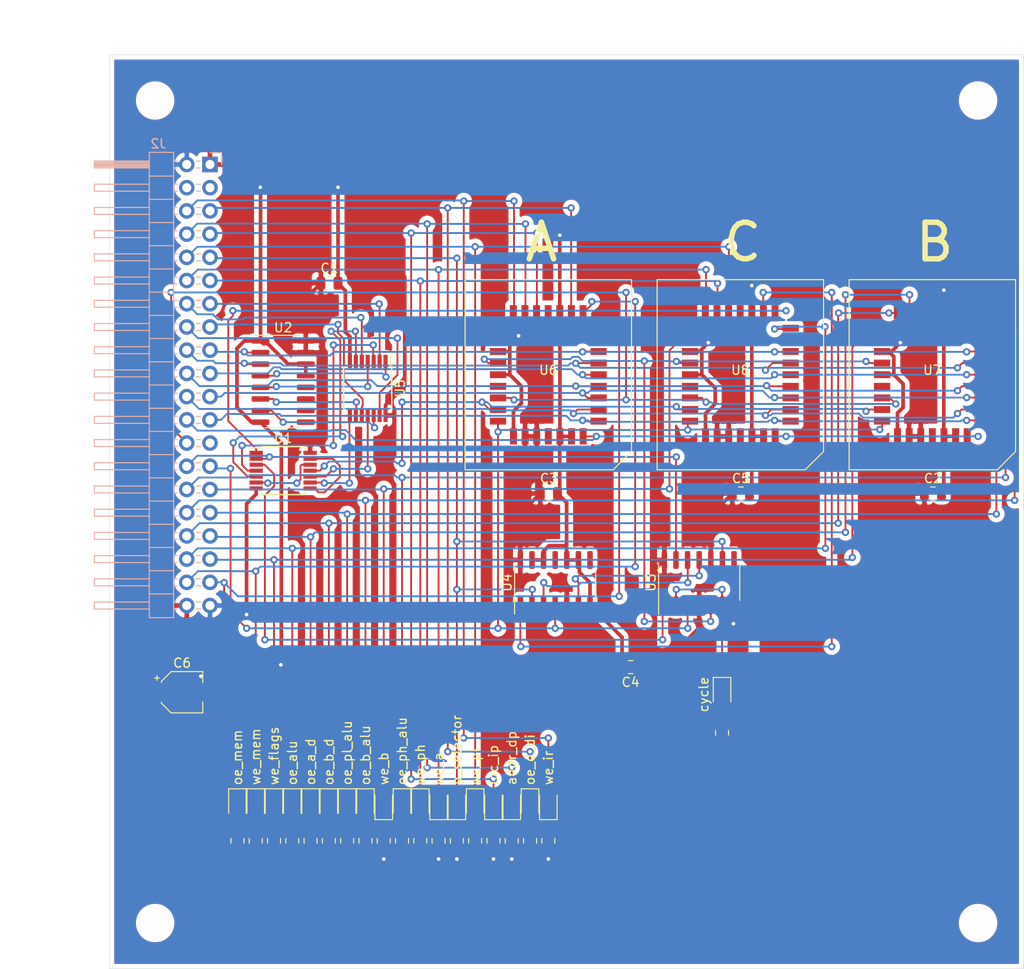
<source format=kicad_pcb>
(kicad_pcb (version 20171130) (host pcbnew "(5.1.5-0-10_14)")
  (title_block (title "Control unit board (ROM-based)") (date 2020-01-26) (rev 1))
  (layers (0 F.Cu signal) (31 B.Cu signal) (34 B.Paste user) (35 F.Paste user) (36 B.SilkS user) (37 F.SilkS user) (38 B.Mask user) (39 F.Mask user) (44 Edge.Cuts user))
  (net 0 "")
  (net 1 GND)
  (net 2 VCC)
  (net 3 "Net-(D1-Pad2)")
  (net 4 /~cycle)
  (net 5 /~we_mem)
  (net 6 "Net-(D3-Pad2)")
  (net 7 "Net-(D4-Pad2)")
  (net 8 /~oe_d_di)
  (net 9 /we_ir)
  (net 10 "Net-(D5-Pad1)")
  (net 11 /inc_ip)
  (net 12 "Net-(D6-Pad1)")
  (net 13 "Net-(D7-Pad1)")
  (net 14 /addr_dp)
  (net 15 "Net-(D8-Pad1)")
  (net 16 /p_selector)
  (net 17 /~we_pl)
  (net 18 "Net-(D9-Pad2)")
  (net 19 /~we_ph)
  (net 20 "Net-(D10-Pad2)")
  (net 21 /we_a)
  (net 22 "Net-(D11-Pad1)")
  (net 23 "Net-(D12-Pad1)")
  (net 24 /we_b)
  (net 25 /~oe_ph_alu)
  (net 26 "Net-(D13-Pad2)")
  (net 27 "Net-(D14-Pad2)")
  (net 28 /~oe_pl_alu)
  (net 29 /~oe_a_d)
  (net 30 "Net-(D15-Pad2)")
  (net 31 "Net-(D16-Pad2)")
  (net 32 /~oe_b_d)
  (net 33 /~we_flags)
  (net 34 "Net-(D17-Pad2)")
  (net 35 "Net-(D18-Pad2)")
  (net 36 /~oe_alu)
  (net 37 /~oe_b_alu)
  (net 38 "Net-(D19-Pad2)")
  (net 39 "Net-(D20-Pad2)")
  (net 40 /~oe_mem)
  (net 41 "Net-(J2-Pad3)")
  (net 42 "Net-(J2-Pad4)")
  (net 43 /flags0)
  (net 44 /flags1)
  (net 45 /flags2)
  (net 46 /flags3)
  (net 47 /ir0)
  (net 48 /ir1)
  (net 49 /ir2)
  (net 50 /ir3)
  (net 51 /ir4)
  (net 52 /ir5)
  (net 53 /ir6)
  (net 54 /ir7)
  (net 55 "Net-(J2-Pad25)")
  (net 56 /~mem_rdy)
  (net 57 /clk)
  (net 58 /~rst)
  (net 59 /~reset_cycle)
  (net 60 "Net-(U1-Pad3)")
  (net 61 "Net-(U1-Pad4)")
  (net 62 "Net-(U1-Pad5)")
  (net 63 "Net-(U1-Pad12)")
  (net 64 "Net-(U1-Pad13)")
  (net 65 "Net-(U1-Pad9)")
  (net 66 "Net-(U1-Pad10)")
  (net 67 /condition_result)
  (net 68 "Net-(U2-Pad4)")
  (net 69 "Net-(U2-Pad5)")
  (net 70 "Net-(U2-Pad6)")
  (net 71 "Net-(U2-Pad7)")
  (net 72 "Net-(U2-Pad9)")
  (net 73 "Net-(U2-Pad10)")
  (net 74 "Net-(U2-Pad11)")
  (net 75 "Net-(U2-Pad12)")
  (net 76 /cycle)
  (net 77 /~clk)
  (net 78 "Net-(U3-Pad12)")
  (net 79 "Net-(U4-Pad11)")
  (net 80 "Net-(U4-Pad8)")
  (net 81 /swap_p)
  (net 82 "Net-(U6-Pad22)")
  (net 83 "Net-(U6-Pad21)")
  (net 84 "Net-(U7-Pad22)")
  (net 85 "Net-(U7-Pad18)")
  (net 86 "Net-(U8-Pad22)")
  (net 87 "Net-(U3-Pad8)")
  (module Capacitor_SMD:C_0805_2012Metric (layer F.Cu) (at 124.0625 75)
    (fp_text reference C1 (at 0 -1.65) (layer F.SilkS))
    (fp_text value 0.1u)
    (pad 2 smd roundrect (at 0.9375 0) (size 0.975 1.4) (layers F.Cu F.Paste F.Mask) (net 1 GND))
    (pad 1 smd roundrect (at -0.9375 0) (size 0.975 1.4) (layers F.Cu F.Paste F.Mask) (net 2 VCC))
  )
  (module Capacitor_SMD:C_0805_2012Metric (layer F.Cu) (at 190.0625 98)
    (fp_text reference C2 (at 0 -1.65) (layer F.SilkS))
    (fp_text value 0.1u)
    (pad 1 smd roundrect (at -0.9375 0) (size 0.975 1.4) (layers F.Cu F.Paste F.Mask) (net 2 VCC))
    (pad 2 smd roundrect (at 0.9375 0) (size 0.975 1.4) (layers F.Cu F.Paste F.Mask) (net 1 GND))
  )
  (module Capacitor_SMD:C_0805_2012Metric (layer F.Cu) (at 148.0625 98)
    (fp_text reference C3 (at 0 -1.65) (layer F.SilkS))
    (fp_text value 0.1u)
    (pad 1 smd roundrect (at -0.9375 0) (size 0.975 1.4) (layers F.Cu F.Paste F.Mask) (net 2 VCC))
    (pad 2 smd roundrect (at 0.9375 0) (size 0.975 1.4) (layers F.Cu F.Paste F.Mask) (net 1 GND))
  )
  (module Capacitor_SMD:C_0805_2012Metric (layer F.Cu) (at 157 117 180)
    (fp_text reference C4 (at 0 -1.65) (layer F.SilkS))
    (fp_text value 0.1u)
    (pad 2 smd roundrect (at 0.9375 0 180) (size 0.975 1.4) (layers F.Cu F.Paste F.Mask) (net 1 GND))
    (pad 1 smd roundrect (at -0.9375 0 180) (size 0.975 1.4) (layers F.Cu F.Paste F.Mask) (net 2 VCC))
  )
  (module Capacitor_SMD:C_0805_2012Metric (layer F.Cu) (at 169.0625 98)
    (fp_text reference C5 (at 0 -1.65) (layer F.SilkS))
    (fp_text value 0.1u)
    (pad 1 smd roundrect (at -0.9375 0) (size 0.975 1.4) (layers F.Cu F.Paste F.Mask) (net 2 VCC))
    (pad 2 smd roundrect (at 0.9375 0) (size 0.975 1.4) (layers F.Cu F.Paste F.Mask) (net 1 GND))
  )
  (module Capacitor_SMD:CP_Elec_4x4.5 (layer F.Cu) (at 107.95 119.75)
    (fp_text reference C6 (at 0 -3.2) (layer F.SilkS))
    (fp_text value "10u 6.3v")
    (pad 1 smd roundrect (at -1.8 0) (size 2.6 1.6) (layers F.Cu F.Paste F.Mask) (roundrect_rratio 0.15625) (net 2 VCC))
    (pad 2 smd roundrect (at 1.8 0) (size 2.6 1.6) (layers F.Cu F.Paste F.Mask) (roundrect_rratio 0.15625) (net 1 GND))
  )
  (module LED_SMD:LED_0805_2012Metric (layer F.Cu) (at 167 119.8125 270)
    (fp_text reference D1 hide)
    (fp_text value LED hide)
    (pad 2 smd roundrect (at 0.9375 0 270) (size 0.975 1.4) (layers F.Cu F.Paste F.Mask) (net 3 "Net-(D1-Pad2)"))
    (pad 1 smd roundrect (at -0.9375 0 270) (size 0.975 1.4) (layers F.Cu F.Paste F.Mask) (net 4 /~cycle))
  )
  (module LED_SMD:LED_0805_2012Metric (layer F.Cu) (at 116 132 270)
    (fp_text reference D3 hide)
    (fp_text value LED hide)
    (pad 1 smd roundrect (at -0.9375 0 270) (size 0.975 1.4) (layers F.Cu F.Paste F.Mask) (net 5 /~we_mem))
    (pad 2 smd roundrect (at 0.9375 0 270) (size 0.975 1.4) (layers F.Cu F.Paste F.Mask) (net 6 "Net-(D3-Pad2)"))
  )
  (module LED_SMD:LED_0805_2012Metric (layer F.Cu) (at 146 132 270)
    (fp_text reference D4 hide)
    (fp_text value LED hide)
    (pad 2 smd roundrect (at 0.9375 0 270) (size 0.975 1.4) (layers F.Cu F.Paste F.Mask) (net 7 "Net-(D4-Pad2)"))
    (pad 1 smd roundrect (at -0.9375 0 270) (size 0.975 1.4) (layers F.Cu F.Paste F.Mask) (net 8 /~oe_d_di))
  )
  (module LED_SMD:LED_0805_2012Metric (layer F.Cu) (at 148 132 90)
    (fp_text reference D5 hide)
    (fp_text value LED hide)
    (pad 2 smd roundrect (at 0.9375 0 90) (size 0.975 1.4) (layers F.Cu F.Paste F.Mask) (net 9 /we_ir))
    (pad 1 smd roundrect (at -0.9375 0 90) (size 0.975 1.4) (layers F.Cu F.Paste F.Mask) (net 10 "Net-(D5-Pad1)"))
  )
  (module LED_SMD:LED_0805_2012Metric (layer F.Cu) (at 142 132 90)
    (fp_text reference D6 hide)
    (fp_text value LED hide)
    (pad 2 smd roundrect (at 0.9375 0 90) (size 0.975 1.4) (layers F.Cu F.Paste F.Mask) (net 11 /inc_ip))
    (pad 1 smd roundrect (at -0.9375 0 90) (size 0.975 1.4) (layers F.Cu F.Paste F.Mask) (net 12 "Net-(D6-Pad1)"))
  )
  (module LED_SMD:LED_0805_2012Metric (layer F.Cu) (at 144 132 90)
    (fp_text reference D7 hide)
    (fp_text value LED hide)
    (pad 1 smd roundrect (at -0.9375 0 90) (size 0.975 1.4) (layers F.Cu F.Paste F.Mask) (net 13 "Net-(D7-Pad1)"))
    (pad 2 smd roundrect (at 0.9375 0 90) (size 0.975 1.4) (layers F.Cu F.Paste F.Mask) (net 14 /addr_dp))
  )
  (module LED_SMD:LED_0805_2012Metric (layer F.Cu) (at 138 132 90)
    (fp_text reference D8 hide)
    (fp_text value LED hide)
    (pad 1 smd roundrect (at -0.9375 0 90) (size 0.975 1.4) (layers F.Cu F.Paste F.Mask) (net 15 "Net-(D8-Pad1)"))
    (pad 2 smd roundrect (at 0.9375 0 90) (size 0.975 1.4) (layers F.Cu F.Paste F.Mask) (net 16 /p_selector))
  )
  (module LED_SMD:LED_0805_2012Metric (layer F.Cu) (at 140 132 270)
    (fp_text reference D9 hide)
    (fp_text value LED hide)
    (pad 1 smd roundrect (at -0.9375 0 270) (size 0.975 1.4) (layers F.Cu F.Paste F.Mask) (net 17 /~we_pl))
    (pad 2 smd roundrect (at 0.9375 0 270) (size 0.975 1.4) (layers F.Cu F.Paste F.Mask) (net 18 "Net-(D9-Pad2)"))
  )
  (module LED_SMD:LED_0805_2012Metric (layer F.Cu) (at 134 132 270)
    (fp_text reference D10 hide)
    (fp_text value LED hide)
    (pad 1 smd roundrect (at -0.9375 0 270) (size 0.975 1.4) (layers F.Cu F.Paste F.Mask) (net 19 /~we_ph))
    (pad 2 smd roundrect (at 0.9375 0 270) (size 0.975 1.4) (layers F.Cu F.Paste F.Mask) (net 20 "Net-(D10-Pad2)"))
  )
  (module LED_SMD:LED_0805_2012Metric (layer F.Cu) (at 136 132 90)
    (fp_text reference D11 hide)
    (fp_text value LED hide)
    (pad 2 smd roundrect (at 0.9375 0 90) (size 0.975 1.4) (layers F.Cu F.Paste F.Mask) (net 21 /we_a))
    (pad 1 smd roundrect (at -0.9375 0 90) (size 0.975 1.4) (layers F.Cu F.Paste F.Mask) (net 22 "Net-(D11-Pad1)"))
  )
  (module LED_SMD:LED_0805_2012Metric (layer F.Cu) (at 130 132 90)
    (fp_text reference D12 hide)
    (fp_text value LED hide)
    (pad 1 smd roundrect (at -0.9375 0 90) (size 0.975 1.4) (layers F.Cu F.Paste F.Mask) (net 23 "Net-(D12-Pad1)"))
    (pad 2 smd roundrect (at 0.9375 0 90) (size 0.975 1.4) (layers F.Cu F.Paste F.Mask) (net 24 /we_b))
  )
  (module LED_SMD:LED_0805_2012Metric (layer F.Cu) (at 132 132 270)
    (fp_text reference D13 hide)
    (fp_text value LED hide)
    (pad 1 smd roundrect (at -0.9375 0 270) (size 0.975 1.4) (layers F.Cu F.Paste F.Mask) (net 25 /~oe_ph_alu))
    (pad 2 smd roundrect (at 0.9375 0 270) (size 0.975 1.4) (layers F.Cu F.Paste F.Mask) (net 26 "Net-(D13-Pad2)"))
  )
  (module LED_SMD:LED_0805_2012Metric (layer F.Cu) (at 126 132 270)
    (fp_text reference D14 hide)
    (fp_text value LED hide)
    (pad 2 smd roundrect (at 0.9375 0 270) (size 0.975 1.4) (layers F.Cu F.Paste F.Mask) (net 27 "Net-(D14-Pad2)"))
    (pad 1 smd roundrect (at -0.9375 0 270) (size 0.975 1.4) (layers F.Cu F.Paste F.Mask) (net 28 /~oe_pl_alu))
  )
  (module LED_SMD:LED_0805_2012Metric (layer F.Cu) (at 122 132 270)
    (fp_text reference D15 hide)
    (fp_text value LED hide)
    (pad 1 smd roundrect (at -0.9375 0 270) (size 0.975 1.4) (layers F.Cu F.Paste F.Mask) (net 29 /~oe_a_d))
    (pad 2 smd roundrect (at 0.9375 0 270) (size 0.975 1.4) (layers F.Cu F.Paste F.Mask) (net 30 "Net-(D15-Pad2)"))
  )
  (module LED_SMD:LED_0805_2012Metric (layer F.Cu) (at 124 132 270)
    (fp_text reference D16 hide)
    (fp_text value LED hide)
    (pad 2 smd roundrect (at 0.9375 0 270) (size 0.975 1.4) (layers F.Cu F.Paste F.Mask) (net 31 "Net-(D16-Pad2)"))
    (pad 1 smd roundrect (at -0.9375 0 270) (size 0.975 1.4) (layers F.Cu F.Paste F.Mask) (net 32 /~oe_b_d))
  )
  (module LED_SMD:LED_0805_2012Metric (layer F.Cu) (at 118 132 270)
    (fp_text reference D17 hide)
    (fp_text value LED hide)
    (pad 1 smd roundrect (at -0.9375 0 270) (size 0.975 1.4) (layers F.Cu F.Paste F.Mask) (net 33 /~we_flags))
    (pad 2 smd roundrect (at 0.9375 0 270) (size 0.975 1.4) (layers F.Cu F.Paste F.Mask) (net 34 "Net-(D17-Pad2)"))
  )
  (module LED_SMD:LED_0805_2012Metric (layer F.Cu) (at 120 132 270)
    (fp_text reference D18 hide)
    (fp_text value LED hide)
    (pad 2 smd roundrect (at 0.9375 0 270) (size 0.975 1.4) (layers F.Cu F.Paste F.Mask) (net 35 "Net-(D18-Pad2)"))
    (pad 1 smd roundrect (at -0.9375 0 270) (size 0.975 1.4) (layers F.Cu F.Paste F.Mask) (net 36 /~oe_alu))
  )
  (module LED_SMD:LED_0805_2012Metric (layer F.Cu) (at 128 132 270)
    (fp_text reference D19 hide)
    (fp_text value LED hide)
    (pad 1 smd roundrect (at -0.9375 0 270) (size 0.975 1.4) (layers F.Cu F.Paste F.Mask) (net 37 /~oe_b_alu))
    (pad 2 smd roundrect (at 0.9375 0 270) (size 0.975 1.4) (layers F.Cu F.Paste F.Mask) (net 38 "Net-(D19-Pad2)"))
  )
  (module LED_SMD:LED_0805_2012Metric (layer F.Cu) (at 114 132 270)
    (fp_text reference D20 hide)
    (fp_text value LED hide)
    (pad 2 smd roundrect (at 0.9375 0 270) (size 0.975 1.4) (layers F.Cu F.Paste F.Mask) (net 39 "Net-(D20-Pad2)"))
    (pad 1 smd roundrect (at -0.9375 0 270) (size 0.975 1.4) (layers F.Cu F.Paste F.Mask) (net 40 /~oe_mem))
  )
  (module MountingHole:MountingHole_3.2mm_M3 (layer F.Cu) (at 105 55)
    (fp_text reference H1 hide)
    (fp_text value MountingHole hide)
    (pad 1 np_thru_hole circle (at 0 0) (size 3.2 3.2) (drill 3.2) (layers *.Cu *.Mask))
  )
  (module MountingHole:MountingHole_3.2mm_M3 (layer F.Cu) (at 195 55)
    (fp_text reference H2 hide)
    (fp_text value MountingHole hide)
    (pad 1 np_thru_hole circle (at 0 0) (size 3.2 3.2) (drill 3.2) (layers *.Cu *.Mask))
  )
  (module MountingHole:MountingHole_3.2mm_M3 (layer F.Cu) (at 105 145)
    (fp_text reference H3 hide)
    (fp_text value MountingHole hide)
    (pad 1 np_thru_hole circle (at 0 0) (size 3.2 3.2) (drill 3.2) (layers *.Cu *.Mask))
  )
  (module MountingHole:MountingHole_3.2mm_M3 (layer F.Cu) (at 195 145)
    (fp_text reference H4 hide)
    (fp_text value MountingHole hide)
    (pad 1 np_thru_hole circle (at 0 0) (size 3.2 3.2) (drill 3.2) (layers *.Cu *.Mask))
  )
  (module Connector_PinHeader_2.54mm:PinHeader_2x20_P2.54mm_Horizontal (layer B.Cu) (at 111 62 180)
    (fp_text reference J2 (at 5.655 2.27) (layer B.SilkS) (effects (justify mirror)))
    (fp_text value CU)
    (pad 1 thru_hole rect (at 0 0 180) (size 1.7 1.7) (drill 1) (layers *.Cu *.Mask) (net 2 VCC))
    (pad 2 thru_hole oval (at 2.54 0 180) (size 1.7 1.7) (drill 1) (layers *.Cu *.Mask) (net 1 GND))
    (pad 3 thru_hole oval (at 0 -2.54 180) (size 1.7 1.7) (drill 1) (layers *.Cu *.Mask) (net 41 "Net-(J2-Pad3)"))
    (pad 4 thru_hole oval (at 2.54 -2.54 180) (size 1.7 1.7) (drill 1) (layers *.Cu *.Mask) (net 42 "Net-(J2-Pad4)"))
    (pad 5 thru_hole oval (at 0 -5.08 180) (size 1.7 1.7) (drill 1) (layers *.Cu *.Mask) (net 8 /~oe_d_di))
    (pad 6 thru_hole oval (at 2.54 -5.08 180) (size 1.7 1.7) (drill 1) (layers *.Cu *.Mask) (net 9 /we_ir))
    (pad 7 thru_hole oval (at 0 -7.62 180) (size 1.7 1.7) (drill 1) (layers *.Cu *.Mask) (net 11 /inc_ip))
    (pad 8 thru_hole oval (at 2.54 -7.62 180) (size 1.7 1.7) (drill 1) (layers *.Cu *.Mask) (net 14 /addr_dp))
    (pad 9 thru_hole oval (at 0 -10.16 180) (size 1.7 1.7) (drill 1) (layers *.Cu *.Mask) (net 16 /p_selector))
    (pad 10 thru_hole oval (at 2.54 -10.16 180) (size 1.7 1.7) (drill 1) (layers *.Cu *.Mask) (net 17 /~we_pl))
    (pad 11 thru_hole oval (at 0 -12.7 180) (size 1.7 1.7) (drill 1) (layers *.Cu *.Mask) (net 19 /~we_ph))
    (pad 12 thru_hole oval (at 2.54 -12.7 180) (size 1.7 1.7) (drill 1) (layers *.Cu *.Mask) (net 21 /we_a))
    (pad 13 thru_hole oval (at 0 -15.24 180) (size 1.7 1.7) (drill 1) (layers *.Cu *.Mask) (net 43 /flags0))
    (pad 14 thru_hole oval (at 2.54 -15.24 180) (size 1.7 1.7) (drill 1) (layers *.Cu *.Mask) (net 44 /flags1))
    (pad 15 thru_hole oval (at 0 -17.78 180) (size 1.7 1.7) (drill 1) (layers *.Cu *.Mask) (net 45 /flags2))
    (pad 16 thru_hole oval (at 2.54 -17.78 180) (size 1.7 1.7) (drill 1) (layers *.Cu *.Mask) (net 46 /flags3))
    (pad 17 thru_hole oval (at 0 -20.32 180) (size 1.7 1.7) (drill 1) (layers *.Cu *.Mask) (net 47 /ir0))
    (pad 18 thru_hole oval (at 2.54 -20.32 180) (size 1.7 1.7) (drill 1) (layers *.Cu *.Mask) (net 48 /ir1))
    (pad 19 thru_hole oval (at 0 -22.86 180) (size 1.7 1.7) (drill 1) (layers *.Cu *.Mask) (net 49 /ir2))
    (pad 20 thru_hole oval (at 2.54 -22.86 180) (size 1.7 1.7) (drill 1) (layers *.Cu *.Mask) (net 50 /ir3))
    (pad 21 thru_hole oval (at 0 -25.4 180) (size 1.7 1.7) (drill 1) (layers *.Cu *.Mask) (net 51 /ir4))
    (pad 22 thru_hole oval (at 2.54 -25.4 180) (size 1.7 1.7) (drill 1) (layers *.Cu *.Mask) (net 52 /ir5))
    (pad 23 thru_hole oval (at 0 -27.94 180) (size 1.7 1.7) (drill 1) (layers *.Cu *.Mask) (net 53 /ir6))
    (pad 24 thru_hole oval (at 2.54 -27.94 180) (size 1.7 1.7) (drill 1) (layers *.Cu *.Mask) (net 54 /ir7))
    (pad 25 thru_hole oval (at 0 -30.48 180) (size 1.7 1.7) (drill 1) (layers *.Cu *.Mask) (net 55 "Net-(J2-Pad25)"))
    (pad 26 thru_hole oval (at 2.54 -30.48 180) (size 1.7 1.7) (drill 1) (layers *.Cu *.Mask) (net 56 /~mem_rdy))
    (pad 27 thru_hole oval (at 0 -33.02 180) (size 1.7 1.7) (drill 1) (layers *.Cu *.Mask) (net 57 /clk))
    (pad 28 thru_hole oval (at 2.54 -33.02 180) (size 1.7 1.7) (drill 1) (layers *.Cu *.Mask) (net 58 /~rst))
    (pad 29 thru_hole oval (at 0 -35.56 180) (size 1.7 1.7) (drill 1) (layers *.Cu *.Mask) (net 24 /we_b))
    (pad 30 thru_hole oval (at 2.54 -35.56 180) (size 1.7 1.7) (drill 1) (layers *.Cu *.Mask) (net 25 /~oe_ph_alu))
    (pad 31 thru_hole oval (at 0 -38.1 180) (size 1.7 1.7) (drill 1) (layers *.Cu *.Mask) (net 28 /~oe_pl_alu))
    (pad 32 thru_hole oval (at 2.54 -38.1 180) (size 1.7 1.7) (drill 1) (layers *.Cu *.Mask) (net 37 /~oe_b_alu))
    (pad 33 thru_hole oval (at 0 -40.64 180) (size 1.7 1.7) (drill 1) (layers *.Cu *.Mask) (net 29 /~oe_a_d))
    (pad 34 thru_hole oval (at 2.54 -40.64 180) (size 1.7 1.7) (drill 1) (layers *.Cu *.Mask) (net 32 /~oe_b_d))
    (pad 35 thru_hole oval (at 0 -43.18 180) (size 1.7 1.7) (drill 1) (layers *.Cu *.Mask) (net 33 /~we_flags))
    (pad 36 thru_hole oval (at 2.54 -43.18 180) (size 1.7 1.7) (drill 1) (layers *.Cu *.Mask) (net 36 /~oe_alu))
    (pad 37 thru_hole oval (at 0 -45.72 180) (size 1.7 1.7) (drill 1) (layers *.Cu *.Mask) (net 40 /~oe_mem))
    (pad 38 thru_hole oval (at 2.54 -45.72 180) (size 1.7 1.7) (drill 1) (layers *.Cu *.Mask) (net 5 /~we_mem))
    (pad 39 thru_hole oval (at 0 -48.26 180) (size 1.7 1.7) (drill 1) (layers *.Cu *.Mask) (net 1 GND))
    (pad 40 thru_hole oval (at 2.54 -48.26 180) (size 1.7 1.7) (drill 1) (layers *.Cu *.Mask) (net 2 VCC))
  )
  (module Resistor_SMD:R_0805_2012Metric (layer F.Cu) (at 167 124.1875 90)
    (fp_text reference R1 hide)
    (fp_text value LED hide)
    (pad 2 smd roundrect (at 0.9375 0 90) (size 0.975 1.4) (layers F.Cu F.Paste F.Mask) (net 3 "Net-(D1-Pad2)"))
    (pad 1 smd roundrect (at -0.9375 0 90) (size 0.975 1.4) (layers F.Cu F.Paste F.Mask) (net 2 VCC))
  )
  (module Resistor_SMD:R_0805_2012Metric (layer F.Cu) (at 116 136 90)
    (fp_text reference R3 hide)
    (fp_text value LED hide)
    (pad 2 smd roundrect (at 0.9375 0 90) (size 0.975 1.4) (layers F.Cu F.Paste F.Mask) (net 6 "Net-(D3-Pad2)"))
    (pad 1 smd roundrect (at -0.9375 0 90) (size 0.975 1.4) (layers F.Cu F.Paste F.Mask) (net 2 VCC))
  )
  (module Resistor_SMD:R_0805_2012Metric (layer F.Cu) (at 146 136 90)
    (fp_text reference R4 hide)
    (fp_text value LED hide)
    (pad 1 smd roundrect (at -0.9375 0 90) (size 0.975 1.4) (layers F.Cu F.Paste F.Mask) (net 2 VCC))
    (pad 2 smd roundrect (at 0.9375 0 90) (size 0.975 1.4) (layers F.Cu F.Paste F.Mask) (net 7 "Net-(D4-Pad2)"))
  )
  (module Resistor_SMD:R_0805_2012Metric (layer F.Cu) (at 148 136 90)
    (fp_text reference R5 hide)
    (fp_text value LED hide)
    (pad 2 smd roundrect (at 0.9375 0 90) (size 0.975 1.4) (layers F.Cu F.Paste F.Mask) (net 10 "Net-(D5-Pad1)"))
    (pad 1 smd roundrect (at -0.9375 0 90) (size 0.975 1.4) (layers F.Cu F.Paste F.Mask) (net 1 GND))
  )
  (module Resistor_SMD:R_0805_2012Metric (layer F.Cu) (at 142 136 90)
    (fp_text reference R6 hide)
    (fp_text value LED hide)
    (pad 1 smd roundrect (at -0.9375 0 90) (size 0.975 1.4) (layers F.Cu F.Paste F.Mask) (net 1 GND))
    (pad 2 smd roundrect (at 0.9375 0 90) (size 0.975 1.4) (layers F.Cu F.Paste F.Mask) (net 12 "Net-(D6-Pad1)"))
  )
  (module Resistor_SMD:R_0805_2012Metric (layer F.Cu) (at 144 136 90)
    (fp_text reference R7 hide)
    (fp_text value LED hide)
    (pad 2 smd roundrect (at 0.9375 0 90) (size 0.975 1.4) (layers F.Cu F.Paste F.Mask) (net 13 "Net-(D7-Pad1)"))
    (pad 1 smd roundrect (at -0.9375 0 90) (size 0.975 1.4) (layers F.Cu F.Paste F.Mask) (net 1 GND))
  )
  (module Resistor_SMD:R_0805_2012Metric (layer F.Cu) (at 138 136 90)
    (fp_text reference R8 hide)
    (fp_text value LED hide)
    (pad 1 smd roundrect (at -0.9375 0 90) (size 0.975 1.4) (layers F.Cu F.Paste F.Mask) (net 1 GND))
    (pad 2 smd roundrect (at 0.9375 0 90) (size 0.975 1.4) (layers F.Cu F.Paste F.Mask) (net 15 "Net-(D8-Pad1)"))
  )
  (module Resistor_SMD:R_0805_2012Metric (layer F.Cu) (at 140 136 90)
    (fp_text reference R9 hide)
    (fp_text value LED hide)
    (pad 2 smd roundrect (at 0.9375 0 90) (size 0.975 1.4) (layers F.Cu F.Paste F.Mask) (net 18 "Net-(D9-Pad2)"))
    (pad 1 smd roundrect (at -0.9375 0 90) (size 0.975 1.4) (layers F.Cu F.Paste F.Mask) (net 2 VCC))
  )
  (module Resistor_SMD:R_0805_2012Metric (layer F.Cu) (at 134 136 90)
    (fp_text reference R10 hide)
    (fp_text value LED hide)
    (pad 1 smd roundrect (at -0.9375 0 90) (size 0.975 1.4) (layers F.Cu F.Paste F.Mask) (net 2 VCC))
    (pad 2 smd roundrect (at 0.9375 0 90) (size 0.975 1.4) (layers F.Cu F.Paste F.Mask) (net 20 "Net-(D10-Pad2)"))
  )
  (module Resistor_SMD:R_0805_2012Metric (layer F.Cu) (at 136 136 90)
    (fp_text reference R11 hide)
    (fp_text value LED hide)
    (pad 1 smd roundrect (at -0.9375 0 90) (size 0.975 1.4) (layers F.Cu F.Paste F.Mask) (net 1 GND))
    (pad 2 smd roundrect (at 0.9375 0 90) (size 0.975 1.4) (layers F.Cu F.Paste F.Mask) (net 22 "Net-(D11-Pad1)"))
  )
  (module Resistor_SMD:R_0805_2012Metric (layer F.Cu) (at 130 136 90)
    (fp_text reference R12 hide)
    (fp_text value LED hide)
    (pad 2 smd roundrect (at 0.9375 0 90) (size 0.975 1.4) (layers F.Cu F.Paste F.Mask) (net 23 "Net-(D12-Pad1)"))
    (pad 1 smd roundrect (at -0.9375 0 90) (size 0.975 1.4) (layers F.Cu F.Paste F.Mask) (net 1 GND))
  )
  (module Resistor_SMD:R_0805_2012Metric (layer F.Cu) (at 132 136 90)
    (fp_text reference R13 hide)
    (fp_text value LED hide)
    (pad 1 smd roundrect (at -0.9375 0 90) (size 0.975 1.4) (layers F.Cu F.Paste F.Mask) (net 2 VCC))
    (pad 2 smd roundrect (at 0.9375 0 90) (size 0.975 1.4) (layers F.Cu F.Paste F.Mask) (net 26 "Net-(D13-Pad2)"))
  )
  (module Resistor_SMD:R_0805_2012Metric (layer F.Cu) (at 126 136 90)
    (fp_text reference R14 hide)
    (fp_text value LED hide)
    (pad 2 smd roundrect (at 0.9375 0 90) (size 0.975 1.4) (layers F.Cu F.Paste F.Mask) (net 27 "Net-(D14-Pad2)"))
    (pad 1 smd roundrect (at -0.9375 0 90) (size 0.975 1.4) (layers F.Cu F.Paste F.Mask) (net 2 VCC))
  )
  (module Resistor_SMD:R_0805_2012Metric (layer F.Cu) (at 122 136 90)
    (fp_text reference R15 hide)
    (fp_text value LED hide)
    (pad 1 smd roundrect (at -0.9375 0 90) (size 0.975 1.4) (layers F.Cu F.Paste F.Mask) (net 2 VCC))
    (pad 2 smd roundrect (at 0.9375 0 90) (size 0.975 1.4) (layers F.Cu F.Paste F.Mask) (net 30 "Net-(D15-Pad2)"))
  )
  (module Resistor_SMD:R_0805_2012Metric (layer F.Cu) (at 124 136 90)
    (fp_text reference R16 hide)
    (fp_text value LED hide)
    (pad 2 smd roundrect (at 0.9375 0 90) (size 0.975 1.4) (layers F.Cu F.Paste F.Mask) (net 31 "Net-(D16-Pad2)"))
    (pad 1 smd roundrect (at -0.9375 0 90) (size 0.975 1.4) (layers F.Cu F.Paste F.Mask) (net 2 VCC))
  )
  (module Resistor_SMD:R_0805_2012Metric (layer F.Cu) (at 118 136 90)
    (fp_text reference R17 hide)
    (fp_text value LED hide)
    (pad 1 smd roundrect (at -0.9375 0 90) (size 0.975 1.4) (layers F.Cu F.Paste F.Mask) (net 2 VCC))
    (pad 2 smd roundrect (at 0.9375 0 90) (size 0.975 1.4) (layers F.Cu F.Paste F.Mask) (net 34 "Net-(D17-Pad2)"))
  )
  (module Resistor_SMD:R_0805_2012Metric (layer F.Cu) (at 120 136 90)
    (fp_text reference R18 hide)
    (fp_text value LED hide)
    (pad 2 smd roundrect (at 0.9375 0 90) (size 0.975 1.4) (layers F.Cu F.Paste F.Mask) (net 35 "Net-(D18-Pad2)"))
    (pad 1 smd roundrect (at -0.9375 0 90) (size 0.975 1.4) (layers F.Cu F.Paste F.Mask) (net 2 VCC))
  )
  (module Resistor_SMD:R_0805_2012Metric (layer F.Cu) (at 128 136 90)
    (fp_text reference R19 hide)
    (fp_text value LED hide)
    (pad 1 smd roundrect (at -0.9375 0 90) (size 0.975 1.4) (layers F.Cu F.Paste F.Mask) (net 2 VCC))
    (pad 2 smd roundrect (at 0.9375 0 90) (size 0.975 1.4) (layers F.Cu F.Paste F.Mask) (net 38 "Net-(D19-Pad2)"))
  )
  (module Resistor_SMD:R_0805_2012Metric (layer F.Cu) (at 114 136 90)
    (fp_text reference R20 hide)
    (fp_text value LED hide)
    (pad 2 smd roundrect (at 0.9375 0 90) (size 0.975 1.4) (layers F.Cu F.Paste F.Mask) (net 39 "Net-(D20-Pad2)"))
    (pad 1 smd roundrect (at -0.9375 0 90) (size 0.975 1.4) (layers F.Cu F.Paste F.Mask) (net 2 VCC))
  )
  (module Package_SO:TSSOP-14_4.4x5mm_P0.65mm (layer F.Cu) (at 119 95.5)
    (fp_text reference U1 (at 0 -3.55) (layer F.SilkS))
    (fp_text value 74ACT08)
    (pad 1 smd rect (at -2.95 -1.95) (size 1.45 0.45) (layers F.Cu F.Paste F.Mask) (net 59 /~reset_cycle))
    (pad 2 smd rect (at -2.95 -1.3) (size 1.45 0.45) (layers F.Cu F.Paste F.Mask) (net 58 /~rst))
    (pad 3 smd rect (at -2.95 -0.65) (size 1.45 0.45) (layers F.Cu F.Paste F.Mask) (net 60 "Net-(U1-Pad3)"))
    (pad 4 smd rect (at -2.95 0) (size 1.45 0.45) (layers F.Cu F.Paste F.Mask) (net 61 "Net-(U1-Pad4)"))
    (pad 5 smd rect (at -2.95 0.65) (size 1.45 0.45) (layers F.Cu F.Paste F.Mask) (net 62 "Net-(U1-Pad5)"))
    (pad 6 smd rect (at -2.95 1.3) (size 1.45 0.45) (layers F.Cu F.Paste F.Mask) (net 63 "Net-(U1-Pad12)"))
    (pad 7 smd rect (at -2.95 1.95) (size 1.45 0.45) (layers F.Cu F.Paste F.Mask) (net 1 GND))
    (pad 8 smd rect (at 2.95 1.95) (size 1.45 0.45) (layers F.Cu F.Paste F.Mask) (net 64 "Net-(U1-Pad13)"))
    (pad 9 smd rect (at 2.95 1.3) (size 1.45 0.45) (layers F.Cu F.Paste F.Mask) (net 65 "Net-(U1-Pad9)"))
    (pad 10 smd rect (at 2.95 0.65) (size 1.45 0.45) (layers F.Cu F.Paste F.Mask) (net 66 "Net-(U1-Pad10)"))
    (pad 11 smd rect (at 2.95 0) (size 1.45 0.45) (layers F.Cu F.Paste F.Mask) (net 67 /condition_result))
    (pad 12 smd rect (at 2.95 -0.65) (size 1.45 0.45) (layers F.Cu F.Paste F.Mask) (net 63 "Net-(U1-Pad12)"))
    (pad 13 smd rect (at 2.95 -1.3) (size 1.45 0.45) (layers F.Cu F.Paste F.Mask) (net 64 "Net-(U1-Pad13)"))
    (pad 14 smd rect (at 2.95 -1.95) (size 1.45 0.45) (layers F.Cu F.Paste F.Mask) (net 2 VCC))
  )
  (module Package_SO:SOIC-16_3.9x9.9mm_P1.27mm (layer F.Cu) (at 119 85.75)
    (fp_text reference U2 (at 0 -5.9) (layer F.SilkS))
    (fp_text value 74ACT139)
    (pad 1 smd roundrect (at -2.475 -4.445) (size 1.95 0.6) (layers F.Cu F.Paste F.Mask) (net 1 GND))
    (pad 2 smd roundrect (at -2.475 -3.175) (size 1.95 0.6) (layers F.Cu F.Paste F.Mask) (net 47 /ir0))
    (pad 3 smd roundrect (at -2.475 -1.905) (size 1.95 0.6) (layers F.Cu F.Paste F.Mask) (net 48 /ir1))
    (pad 4 smd roundrect (at -2.475 -0.635) (size 1.95 0.6) (layers F.Cu F.Paste F.Mask) (net 68 "Net-(U2-Pad4)"))
    (pad 5 smd roundrect (at -2.475 0.635) (size 1.95 0.6) (layers F.Cu F.Paste F.Mask) (net 69 "Net-(U2-Pad5)"))
    (pad 6 smd roundrect (at -2.475 1.905) (size 1.95 0.6) (layers F.Cu F.Paste F.Mask) (net 70 "Net-(U2-Pad6)"))
    (pad 7 smd roundrect (at -2.475 3.175) (size 1.95 0.6) (layers F.Cu F.Paste F.Mask) (net 71 "Net-(U2-Pad7)"))
    (pad 8 smd roundrect (at -2.475 4.445) (size 1.95 0.6) (layers F.Cu F.Paste F.Mask) (net 1 GND))
    (pad 9 smd roundrect (at 2.475 4.445) (size 1.95 0.6) (layers F.Cu F.Paste F.Mask) (net 72 "Net-(U2-Pad9)"))
    (pad 10 smd roundrect (at 2.475 3.175) (size 1.95 0.6) (layers F.Cu F.Paste F.Mask) (net 73 "Net-(U2-Pad10)"))
    (pad 11 smd roundrect (at 2.475 1.905) (size 1.95 0.6) (layers F.Cu F.Paste F.Mask) (net 74 "Net-(U2-Pad11)"))
    (pad 12 smd roundrect (at 2.475 0.635) (size 1.95 0.6) (layers F.Cu F.Paste F.Mask) (net 75 "Net-(U2-Pad12)"))
    (pad 13 smd roundrect (at 2.475 -0.635) (size 1.95 0.6) (layers F.Cu F.Paste F.Mask) (net 1 GND))
    (pad 14 smd roundrect (at 2.475 -1.905) (size 1.95 0.6) (layers F.Cu F.Paste F.Mask) (net 1 GND))
    (pad 15 smd roundrect (at 2.475 -3.175) (size 1.95 0.6) (layers F.Cu F.Paste F.Mask) (net 2 VCC))
    (pad 16 smd roundrect (at 2.475 -4.445) (size 1.95 0.6) (layers F.Cu F.Paste F.Mask) (net 2 VCC))
  )
  (module Package_SO:SOIC-14_3.9x8.7mm_P1.27mm (layer F.Cu) (at 164.5 107.75 90)
    (fp_text reference U3 (at 0 -5.28 90) (layer F.SilkS))
    (fp_text value 74ACT74)
    (pad 1 smd roundrect (at -2.475 -3.81 90) (size 1.95 0.6) (layers F.Cu F.Paste F.Mask) (net 60 "Net-(U1-Pad3)"))
    (pad 2 smd roundrect (at -2.475 -2.54 90) (size 1.95 0.6) (layers F.Cu F.Paste F.Mask) (net 4 /~cycle))
    (pad 3 smd roundrect (at -2.475 -1.27 90) (size 1.95 0.6) (layers F.Cu F.Paste F.Mask) (net 57 /clk))
    (pad 4 smd roundrect (at -2.475 0 90) (size 1.95 0.6) (layers F.Cu F.Paste F.Mask) (net 2 VCC))
    (pad 5 smd roundrect (at -2.475 1.27 90) (size 1.95 0.6) (layers F.Cu F.Paste F.Mask) (net 76 /cycle))
    (pad 6 smd roundrect (at -2.475 2.54 90) (size 1.95 0.6) (layers F.Cu F.Paste F.Mask) (net 4 /~cycle))
    (pad 7 smd roundrect (at -2.475 3.81 90) (size 1.95 0.6) (layers F.Cu F.Paste F.Mask) (net 1 GND))
    (pad 8 smd roundrect (at 2.475 3.81 90) (size 1.95 0.6) (layers F.Cu F.Paste F.Mask) (net 87 "Net-(U3-Pad8)"))
    (pad 9 smd roundrect (at 2.475 2.54 90) (size 1.95 0.6) (layers F.Cu F.Paste F.Mask) (net 16 /p_selector))
    (pad 10 smd roundrect (at 2.475 1.27 90) (size 1.95 0.6) (layers F.Cu F.Paste F.Mask) (net 2 VCC))
    (pad 11 smd roundrect (at 2.475 0 90) (size 1.95 0.6) (layers F.Cu F.Paste F.Mask) (net 77 /~clk))
    (pad 12 smd roundrect (at 2.475 -1.27 90) (size 1.95 0.6) (layers F.Cu F.Paste F.Mask) (net 78 "Net-(U3-Pad12)"))
    (pad 13 smd roundrect (at 2.475 -2.54 90) (size 1.95 0.6) (layers F.Cu F.Paste F.Mask) (net 58 /~rst))
    (pad 14 smd roundrect (at 2.475 -3.81 90) (size 1.95 0.6) (layers F.Cu F.Paste F.Mask) (net 2 VCC))
  )
  (module Package_SO:SOIC-14_3.9x8.7mm_P1.27mm (layer F.Cu) (at 148.75 107.75 90)
    (fp_text reference U4 (at 0 -5.28 90) (layer F.SilkS))
    (fp_text value 74ACT86)
    (pad 14 smd roundrect (at 2.475 -3.81 90) (size 1.95 0.6) (layers F.Cu F.Paste F.Mask) (net 2 VCC))
    (pad 13 smd roundrect (at 2.475 -2.54 90) (size 1.95 0.6) (layers F.Cu F.Paste F.Mask) (net 1 GND))
    (pad 12 smd roundrect (at 2.475 -1.27 90) (size 1.95 0.6) (layers F.Cu F.Paste F.Mask) (net 1 GND))
    (pad 11 smd roundrect (at 2.475 0 90) (size 1.95 0.6) (layers F.Cu F.Paste F.Mask) (net 79 "Net-(U4-Pad11)"))
    (pad 10 smd roundrect (at 2.475 1.27 90) (size 1.95 0.6) (layers F.Cu F.Paste F.Mask) (net 1 GND))
    (pad 9 smd roundrect (at 2.475 2.54 90) (size 1.95 0.6) (layers F.Cu F.Paste F.Mask) (net 1 GND))
    (pad 8 smd roundrect (at 2.475 3.81 90) (size 1.95 0.6) (layers F.Cu F.Paste F.Mask) (net 80 "Net-(U4-Pad8)"))
    (pad 7 smd roundrect (at -2.475 3.81 90) (size 1.95 0.6) (layers F.Cu F.Paste F.Mask) (net 1 GND))
    (pad 6 smd roundrect (at -2.475 2.54 90) (size 1.95 0.6) (layers F.Cu F.Paste F.Mask) (net 77 /~clk))
    (pad 5 smd roundrect (at -2.475 1.27 90) (size 1.95 0.6) (layers F.Cu F.Paste F.Mask) (net 2 VCC))
    (pad 4 smd roundrect (at -2.475 0 90) (size 1.95 0.6) (layers F.Cu F.Paste F.Mask) (net 57 /clk))
    (pad 3 smd roundrect (at -2.475 -1.27 90) (size 1.95 0.6) (layers F.Cu F.Paste F.Mask) (net 78 "Net-(U3-Pad12)"))
    (pad 2 smd roundrect (at -2.475 -2.54 90) (size 1.95 0.6) (layers F.Cu F.Paste F.Mask) (net 16 /p_selector))
    (pad 1 smd roundrect (at -2.475 -3.81 90) (size 1.95 0.6) (layers F.Cu F.Paste F.Mask) (net 81 /swap_p))
  )
  (module Package_SO:TSSOP-14_4.4x5mm_P0.65mm (layer F.Cu) (at 128.25 86.5 270)
    (fp_text reference U5 (at 0 -3.55 90) (layer F.SilkS))
    (fp_text value 74ACT32)
    (pad 14 smd rect (at 2.95 -1.95 270) (size 1.45 0.45) (layers F.Cu F.Paste F.Mask) (net 2 VCC))
    (pad 13 smd rect (at 2.95 -1.3 270) (size 1.45 0.45) (layers F.Cu F.Paste F.Mask) (net 46 /flags3))
    (pad 12 smd rect (at 2.95 -0.65 270) (size 1.45 0.45) (layers F.Cu F.Paste F.Mask) (net 71 "Net-(U2-Pad7)"))
    (pad 11 smd rect (at 2.95 0 270) (size 1.45 0.45) (layers F.Cu F.Paste F.Mask) (net 66 "Net-(U1-Pad10)"))
    (pad 10 smd rect (at 2.95 0.65 270) (size 1.45 0.45) (layers F.Cu F.Paste F.Mask) (net 45 /flags2))
    (pad 9 smd rect (at 2.95 1.3 270) (size 1.45 0.45) (layers F.Cu F.Paste F.Mask) (net 70 "Net-(U2-Pad6)"))
    (pad 8 smd rect (at 2.95 1.95 270) (size 1.45 0.45) (layers F.Cu F.Paste F.Mask) (net 65 "Net-(U1-Pad9)"))
    (pad 7 smd rect (at -2.95 1.95 270) (size 1.45 0.45) (layers F.Cu F.Paste F.Mask) (net 1 GND))
    (pad 6 smd rect (at -2.95 1.3 270) (size 1.45 0.45) (layers F.Cu F.Paste F.Mask) (net 62 "Net-(U1-Pad5)"))
    (pad 5 smd rect (at -2.95 0.65 270) (size 1.45 0.45) (layers F.Cu F.Paste F.Mask) (net 44 /flags1))
    (pad 4 smd rect (at -2.95 0 270) (size 1.45 0.45) (layers F.Cu F.Paste F.Mask) (net 69 "Net-(U2-Pad5)"))
    (pad 3 smd rect (at -2.95 -0.65 270) (size 1.45 0.45) (layers F.Cu F.Paste F.Mask) (net 61 "Net-(U1-Pad4)"))
    (pad 2 smd rect (at -2.95 -1.3 270) (size 1.45 0.45) (layers F.Cu F.Paste F.Mask) (net 43 /flags0))
    (pad 1 smd rect (at -2.95 -1.95 270) (size 1.45 0.45) (layers F.Cu F.Paste F.Mask) (net 68 "Net-(U2-Pad4)"))
  )
  (module missing:PLCC-32_SMD_Socket (layer F.Cu) (at 148 85 180)
    (fp_text reference U6 (at 0 0.5) (layer F.SilkS))
    (fp_text value AT28C256-PLCC32)
    (pad 1 smd rect (at 0 -6.75 180) (size 0.76 1.78) (layers F.Cu F.Paste F.Mask))
    (pad 2 smd rect (at -1.27 -6.75 180) (size 0.76 1.78) (layers F.Cu F.Paste F.Mask) (net 1 GND))
    (pad 3 smd rect (at -2.54 -6.75 180) (size 0.76 1.78) (layers F.Cu F.Paste F.Mask) (net 1 GND))
    (pad 4 smd rect (at -3.81 -6.75 180) (size 0.76 1.78) (layers F.Cu F.Paste F.Mask) (net 54 /ir7))
    (pad 5 smd rect (at -5.5 -5.08 270) (size 0.76 1.78) (layers F.Cu F.Paste F.Mask) (net 53 /ir6))
    (pad 6 smd rect (at -5.5 -3.81 270) (size 0.76 1.78) (layers F.Cu F.Paste F.Mask) (net 52 /ir5))
    (pad 7 smd rect (at -5.5 -2.54 270) (size 0.76 1.78) (layers F.Cu F.Paste F.Mask) (net 51 /ir4))
    (pad 8 smd rect (at -5.5 -1.27 270) (size 0.76 1.78) (layers F.Cu F.Paste F.Mask) (net 50 /ir3))
    (pad 9 smd rect (at -5.5 0 270) (size 0.76 1.78) (layers F.Cu F.Paste F.Mask) (net 49 /ir2))
    (pad 10 smd rect (at -5.5 1.27 270) (size 0.76 1.78) (layers F.Cu F.Paste F.Mask) (net 48 /ir1))
    (pad 11 smd rect (at -5.5 2.54 270) (size 0.76 1.78) (layers F.Cu F.Paste F.Mask) (net 47 /ir0))
    (pad 12 smd rect (at -5.5 3.81 270) (size 0.76 1.78) (layers F.Cu F.Paste F.Mask))
    (pad 13 smd rect (at -5.5 5.08 270) (size 0.76 1.78) (layers F.Cu F.Paste F.Mask) (net 40 /~oe_mem))
    (pad 14 smd rect (at -3.794 6.72) (size 0.76 1.78) (layers F.Cu F.Paste F.Mask) (net 5 /~we_mem))
    (pad 15 smd rect (at -2.524 6.72) (size 0.76 1.78) (layers F.Cu F.Paste F.Mask) (net 8 /~oe_d_di))
    (pad 16 smd rect (at -1.254 6.72) (size 0.76 1.78) (layers F.Cu F.Paste F.Mask) (net 1 GND))
    (pad 17 smd rect (at 0.016 6.72) (size 0.76 1.78) (layers F.Cu F.Paste F.Mask))
    (pad 18 smd rect (at 1.286 6.72) (size 0.76 1.78) (layers F.Cu F.Paste F.Mask) (net 11 /inc_ip))
    (pad 19 smd rect (at 2.556 6.72) (size 0.76 1.78) (layers F.Cu F.Paste F.Mask) (net 14 /addr_dp))
    (pad 20 smd rect (at 3.826 6.72) (size 0.76 1.78) (layers F.Cu F.Paste F.Mask) (net 9 /we_ir))
    (pad 22 smd rect (at 5.5 5.08 90) (size 0.76 1.78) (layers F.Cu F.Paste F.Mask) (net 82 "Net-(U6-Pad22)"))
    (pad 21 smd rect (at 5.5 3.81 90) (size 0.76 1.78) (layers F.Cu F.Paste F.Mask) (net 83 "Net-(U6-Pad21)"))
    (pad 23 smd rect (at 5.5 2.54 90) (size 0.76 1.78) (layers F.Cu F.Paste F.Mask) (net 1 GND))
    (pad 24 smd rect (at 5.5 1.27 90) (size 0.76 1.78) (layers F.Cu F.Paste F.Mask) (net 76 /cycle))
    (pad 25 smd rect (at 5.5 0 90) (size 0.76 1.78) (layers F.Cu F.Paste F.Mask) (net 1 GND))
    (pad 26 smd rect (at 5.5 -1.27 90) (size 0.76 1.78) (layers F.Cu F.Paste F.Mask))
    (pad 27 smd rect (at 5.5 -2.54 90) (size 0.76 1.78) (layers F.Cu F.Paste F.Mask) (net 56 /~mem_rdy))
    (pad 28 smd rect (at 5.5 -3.81 90) (size 0.76 1.78) (layers F.Cu F.Paste F.Mask) (net 67 /condition_result))
    (pad 29 smd rect (at 5.5 -5.08 90) (size 0.76 1.78) (layers F.Cu F.Paste F.Mask) (net 57 /clk))
    (pad 30 smd rect (at 3.81 -6.75 180) (size 0.76 1.78) (layers F.Cu F.Paste F.Mask) (net 1 GND))
    (pad 31 smd rect (at 2.54 -6.75 180) (size 0.76 1.78) (layers F.Cu F.Paste F.Mask) (net 2 VCC))
    (pad 32 smd rect (at 1.27 -6.75 180) (size 0.76 1.78) (layers F.Cu F.Paste F.Mask) (net 2 VCC))
  )
  (module missing:PLCC-32_SMD_Socket (layer F.Cu) (at 190 85 180)
    (fp_text reference U7 (at 0 0.5) (layer F.SilkS))
    (fp_text value AT28C256-PLCC32)
    (pad 32 smd rect (at 1.27 -6.75 180) (size 0.76 1.78) (layers F.Cu F.Paste F.Mask) (net 2 VCC))
    (pad 31 smd rect (at 2.54 -6.75 180) (size 0.76 1.78) (layers F.Cu F.Paste F.Mask) (net 2 VCC))
    (pad 30 smd rect (at 3.81 -6.75 180) (size 0.76 1.78) (layers F.Cu F.Paste F.Mask) (net 1 GND))
    (pad 29 smd rect (at 5.5 -5.08 90) (size 0.76 1.78) (layers F.Cu F.Paste F.Mask) (net 57 /clk))
    (pad 28 smd rect (at 5.5 -3.81 90) (size 0.76 1.78) (layers F.Cu F.Paste F.Mask) (net 67 /condition_result))
    (pad 27 smd rect (at 5.5 -2.54 90) (size 0.76 1.78) (layers F.Cu F.Paste F.Mask) (net 56 /~mem_rdy))
    (pad 26 smd rect (at 5.5 -1.27 90) (size 0.76 1.78) (layers F.Cu F.Paste F.Mask))
    (pad 25 smd rect (at 5.5 0 90) (size 0.76 1.78) (layers F.Cu F.Paste F.Mask) (net 1 GND))
    (pad 24 smd rect (at 5.5 1.27 90) (size 0.76 1.78) (layers F.Cu F.Paste F.Mask) (net 76 /cycle))
    (pad 23 smd rect (at 5.5 2.54 90) (size 0.76 1.78) (layers F.Cu F.Paste F.Mask) (net 1 GND))
    (pad 21 smd rect (at 5.5 3.81 90) (size 0.76 1.78) (layers F.Cu F.Paste F.Mask) (net 33 /~we_flags))
    (pad 22 smd rect (at 5.5 5.08 90) (size 0.76 1.78) (layers F.Cu F.Paste F.Mask) (net 84 "Net-(U7-Pad22)"))
    (pad 20 smd rect (at 3.826 6.72) (size 0.76 1.78) (layers F.Cu F.Paste F.Mask) (net 32 /~oe_b_d))
    (pad 19 smd rect (at 2.556 6.72) (size 0.76 1.78) (layers F.Cu F.Paste F.Mask) (net 29 /~oe_a_d))
    (pad 18 smd rect (at 1.286 6.72) (size 0.76 1.78) (layers F.Cu F.Paste F.Mask) (net 85 "Net-(U7-Pad18)"))
    (pad 17 smd rect (at 0.016 6.72) (size 0.76 1.78) (layers F.Cu F.Paste F.Mask))
    (pad 16 smd rect (at -1.254 6.72) (size 0.76 1.78) (layers F.Cu F.Paste F.Mask) (net 1 GND))
    (pad 15 smd rect (at -2.524 6.72) (size 0.76 1.78) (layers F.Cu F.Paste F.Mask) (net 37 /~oe_b_alu))
    (pad 14 smd rect (at -3.794 6.72) (size 0.76 1.78) (layers F.Cu F.Paste F.Mask) (net 25 /~oe_ph_alu))
    (pad 13 smd rect (at -5.5 5.08 270) (size 0.76 1.78) (layers F.Cu F.Paste F.Mask) (net 28 /~oe_pl_alu))
    (pad 12 smd rect (at -5.5 3.81 270) (size 0.76 1.78) (layers F.Cu F.Paste F.Mask))
    (pad 11 smd rect (at -5.5 2.54 270) (size 0.76 1.78) (layers F.Cu F.Paste F.Mask) (net 47 /ir0))
    (pad 10 smd rect (at -5.5 1.27 270) (size 0.76 1.78) (layers F.Cu F.Paste F.Mask) (net 48 /ir1))
    (pad 9 smd rect (at -5.5 0 270) (size 0.76 1.78) (layers F.Cu F.Paste F.Mask) (net 49 /ir2))
    (pad 8 smd rect (at -5.5 -1.27 270) (size 0.76 1.78) (layers F.Cu F.Paste F.Mask) (net 50 /ir3))
    (pad 7 smd rect (at -5.5 -2.54 270) (size 0.76 1.78) (layers F.Cu F.Paste F.Mask) (net 51 /ir4))
    (pad 6 smd rect (at -5.5 -3.81 270) (size 0.76 1.78) (layers F.Cu F.Paste F.Mask) (net 52 /ir5))
    (pad 5 smd rect (at -5.5 -5.08 270) (size 0.76 1.78) (layers F.Cu F.Paste F.Mask) (net 53 /ir6))
    (pad 4 smd rect (at -3.81 -6.75 180) (size 0.76 1.78) (layers F.Cu F.Paste F.Mask) (net 54 /ir7))
    (pad 3 smd rect (at -2.54 -6.75 180) (size 0.76 1.78) (layers F.Cu F.Paste F.Mask) (net 1 GND))
    (pad 2 smd rect (at -1.27 -6.75 180) (size 0.76 1.78) (layers F.Cu F.Paste F.Mask) (net 1 GND))
    (pad 1 smd rect (at 0 -6.75 180) (size 0.76 1.78) (layers F.Cu F.Paste F.Mask))
  )
  (module missing:PLCC-32_SMD_Socket (layer F.Cu) (at 169 85 180)
    (fp_text reference U8 (at 0 0.5) (layer F.SilkS))
    (fp_text value AT28C256-PLCC32)
    (pad 1 smd rect (at 0 -6.75 180) (size 0.76 1.78) (layers F.Cu F.Paste F.Mask))
    (pad 2 smd rect (at -1.27 -6.75 180) (size 0.76 1.78) (layers F.Cu F.Paste F.Mask) (net 1 GND))
    (pad 3 smd rect (at -2.54 -6.75 180) (size 0.76 1.78) (layers F.Cu F.Paste F.Mask) (net 1 GND))
    (pad 4 smd rect (at -3.81 -6.75 180) (size 0.76 1.78) (layers F.Cu F.Paste F.Mask) (net 54 /ir7))
    (pad 5 smd rect (at -5.5 -5.08 270) (size 0.76 1.78) (layers F.Cu F.Paste F.Mask) (net 53 /ir6))
    (pad 6 smd rect (at -5.5 -3.81 270) (size 0.76 1.78) (layers F.Cu F.Paste F.Mask) (net 52 /ir5))
    (pad 7 smd rect (at -5.5 -2.54 270) (size 0.76 1.78) (layers F.Cu F.Paste F.Mask) (net 51 /ir4))
    (pad 8 smd rect (at -5.5 -1.27 270) (size 0.76 1.78) (layers F.Cu F.Paste F.Mask) (net 50 /ir3))
    (pad 9 smd rect (at -5.5 0 270) (size 0.76 1.78) (layers F.Cu F.Paste F.Mask) (net 49 /ir2))
    (pad 10 smd rect (at -5.5 1.27 270) (size 0.76 1.78) (layers F.Cu F.Paste F.Mask) (net 48 /ir1))
    (pad 11 smd rect (at -5.5 2.54 270) (size 0.76 1.78) (layers F.Cu F.Paste F.Mask) (net 47 /ir0))
    (pad 12 smd rect (at -5.5 3.81 270) (size 0.76 1.78) (layers F.Cu F.Paste F.Mask))
    (pad 13 smd rect (at -5.5 5.08 270) (size 0.76 1.78) (layers F.Cu F.Paste F.Mask) (net 36 /~oe_alu))
    (pad 14 smd rect (at -3.794 6.72) (size 0.76 1.78) (layers F.Cu F.Paste F.Mask) (net 59 /~reset_cycle))
    (pad 15 smd rect (at -2.524 6.72) (size 0.76 1.78) (layers F.Cu F.Paste F.Mask) (net 81 /swap_p))
    (pad 16 smd rect (at -1.254 6.72) (size 0.76 1.78) (layers F.Cu F.Paste F.Mask) (net 1 GND))
    (pad 17 smd rect (at 0.016 6.72) (size 0.76 1.78) (layers F.Cu F.Paste F.Mask))
    (pad 18 smd rect (at 1.286 6.72) (size 0.76 1.78) (layers F.Cu F.Paste F.Mask) (net 17 /~we_pl))
    (pad 19 smd rect (at 2.556 6.72) (size 0.76 1.78) (layers F.Cu F.Paste F.Mask) (net 19 /~we_ph))
    (pad 20 smd rect (at 3.826 6.72) (size 0.76 1.78) (layers F.Cu F.Paste F.Mask) (net 21 /we_a))
    (pad 22 smd rect (at 5.5 5.08 90) (size 0.76 1.78) (layers F.Cu F.Paste F.Mask) (net 86 "Net-(U8-Pad22)"))
    (pad 21 smd rect (at 5.5 3.81 90) (size 0.76 1.78) (layers F.Cu F.Paste F.Mask) (net 24 /we_b))
    (pad 23 smd rect (at 5.5 2.54 90) (size 0.76 1.78) (layers F.Cu F.Paste F.Mask) (net 1 GND))
    (pad 24 smd rect (at 5.5 1.27 90) (size 0.76 1.78) (layers F.Cu F.Paste F.Mask) (net 76 /cycle))
    (pad 25 smd rect (at 5.5 0 90) (size 0.76 1.78) (layers F.Cu F.Paste F.Mask) (net 1 GND))
    (pad 26 smd rect (at 5.5 -1.27 90) (size 0.76 1.78) (layers F.Cu F.Paste F.Mask))
    (pad 27 smd rect (at 5.5 -2.54 90) (size 0.76 1.78) (layers F.Cu F.Paste F.Mask) (net 56 /~mem_rdy))
    (pad 28 smd rect (at 5.5 -3.81 90) (size 0.76 1.78) (layers F.Cu F.Paste F.Mask) (net 67 /condition_result))
    (pad 29 smd rect (at 5.5 -5.08 90) (size 0.76 1.78) (layers F.Cu F.Paste F.Mask) (net 57 /clk))
    (pad 30 smd rect (at 3.81 -6.75 180) (size 0.76 1.78) (layers F.Cu F.Paste F.Mask) (net 1 GND))
    (pad 31 smd rect (at 2.54 -6.75 180) (size 0.76 1.78) (layers F.Cu F.Paste F.Mask) (net 2 VCC))
    (pad 32 smd rect (at 1.27 -6.75 180) (size 0.76 1.78) (layers F.Cu F.Paste F.Mask) (net 2 VCC))
  )
  (gr_text cycle (at 165 120 90) (layer F.SilkS) (effects (font (size 1 1))))
  (gr_text we_ir (at 148 130 90) (layer F.SilkS) (effects (font (size 1 1)) (justify left)))
  (gr_text oe_d_di (at 146 130 90) (layer F.SilkS) (effects (font (size 1 1)) (justify left)))
  (gr_text addr_dp (at 144 130 90) (layer F.SilkS) (effects (font (size 1 1)) (justify left)))
  (gr_text inc_ip (at 142 130 90) (layer F.SilkS) (effects (font (size 1 1)) (justify left)))
  (gr_text we_pl (at 140 130 90) (layer F.SilkS) (effects (font (size 1 1)) (justify left)))
  (gr_text p_selector (at 138 130 90) (layer F.SilkS) (effects (font (size 1 1)) (justify left)))
  (gr_text we_a (at 136 130 90) (layer F.SilkS) (effects (font (size 1 1)) (justify left)))
  (gr_text we_ph (at 134 130 90) (layer F.SilkS) (effects (font (size 1 1)) (justify left)))
  (gr_text oe_ph_alu (at 132 130 90) (layer F.SilkS) (effects (font (size 1 1)) (justify left)))
  (gr_text we_b (at 130 130 90) (layer F.SilkS) (effects (font (size 1 1)) (justify left)))
  (gr_text oe_b_alu (at 128 130 90) (layer F.SilkS) (effects (font (size 1 1)) (justify left)))
  (gr_text oe_pl_alu (at 126 130 90) (layer F.SilkS) (effects (font (size 1 1)) (justify left)))
  (gr_text oe_b_d (at 124 130 90) (layer F.SilkS) (effects (font (size 1 1)) (justify left)))
  (gr_text oe_a_d (at 122 130 90) (layer F.SilkS) (effects (font (size 1 1)) (justify left)))
  (gr_text oe_alu (at 120 130 90) (layer F.SilkS) (effects (font (size 1 1)) (justify left)))
  (gr_text we_flags (at 118 130 90) (layer F.SilkS) (effects (font (size 1 1)) (justify left)))
  (gr_text we_mem (at 116 130 90) (layer F.SilkS) (effects (font (size 1 1)) (justify left)))
  (gr_text oe_mem (at 114 130 90) (layer F.SilkS) (effects (font (size 1 1)) (justify left)))
  (gr_text B (at 190.25 70.5) (layer F.SilkS) (effects (font (size 4 4) (thickness 0.6))))
  (gr_text C (at 169.25 70.5) (layer F.SilkS) (effects (font (size 4 4) (thickness 0.6))))
  (gr_text A (at 147.25 70.5) (layer F.SilkS) (effects (font (size 4 4) (thickness 0.6))))
  (gr_line (start 100 150) (end 100 50) (layer Edge.Cuts) (width 0.05))
  (gr_line (start 200 150) (end 100 150) (layer Edge.Cuts) (width 0.05))
  (gr_line (start 200 50) (end 200 150) (layer Edge.Cuts) (width 0.05))
  (gr_line (start 100 50) (end 200 50) (layer Edge.Cuts) (width 0.05))
  (segment (start 114.760998 81.305) (end 115.55 81.305) (width 0.4) (layer F.Cu) (net 1))
  (segment (start 115.55 81.305) (end 116.525 81.305) (width 0.4) (layer F.Cu) (net 1))
  (segment (start 113.949999 88.594999) (end 113.949999 82.115999) (width 0.4) (layer F.Cu) (net 1))
  (segment (start 113.949999 82.115999) (end 114.760998 81.305) (width 0.4) (layer F.Cu) (net 1))
  (segment (start 115.55 90.195) (end 113.949999 88.594999) (width 0.4) (layer F.Cu) (net 1))
  (segment (start 116.525 90.195) (end 115.55 90.195) (width 0.4) (layer F.Cu) (net 1))
  (segment (start 121.475 85.115) (end 121.475 83.845) (width 0.4) (layer F.Cu) (net 1))
  (segment (start 125.485527 75.485527) (end 125 75) (width 0.4) (layer F.Cu) (net 1))
  (segment (start 125.800001 75.800001) (end 125.485527 75.485527) (width 0.4) (layer F.Cu) (net 1))
  (segment (start 125.800001 80.334003) (end 125.800001 75.800001) (width 0.4) (layer F.Cu) (net 1))
  (segment (start 126.3 80.834002) (end 125.800001 80.334003) (width 0.4) (layer F.Cu) (net 1))
  (segment (start 126.3 83.55) (end 126.3 80.834002) (width 0.4) (layer F.Cu) (net 1))
  (segment (start 117.307834 81.605) (end 116.825 81.605) (width 0.4) (layer F.Cu) (net 1))
  (segment (start 119.547834 83.845) (end 117.307834 81.605) (width 0.4) (layer F.Cu) (net 1))
  (segment (start 116.825 81.605) (end 116.525 81.305) (width 0.4) (layer F.Cu) (net 1))
  (segment (start 121.475 83.845) (end 119.547834 83.845) (width 0.4) (layer F.Cu) (net 1))
  (segment (start 149.25 91.77) (end 149.27 91.75) (width 0.4) (layer F.Cu) (net 1))
  (segment (start 149.25 97.75) (end 149.25 91.77) (width 0.4) (layer F.Cu) (net 1))
  (segment (start 149 98) (end 149.25 97.75) (width 0.4) (layer F.Cu) (net 1))
  (segment (start 150.54 91.75) (end 149.27 91.75) (width 0.4) (layer F.Cu) (net 1))
  (segment (start 149.27 78.296) (end 149.254 78.28) (width 0.4) (layer F.Cu) (net 1))
  (segment (start 149.27 91.75) (end 149.27 78.296) (width 0.4) (layer F.Cu) (net 1))
  (segment (start 143.79 82.46) (end 142.5 82.46) (width 0.4) (layer F.Cu) (net 1))
  (segment (start 143.790001 84.999999) (end 143.79 82.46) (width 0.4) (layer F.Cu) (net 1))
  (segment (start 142.5 85) (end 143.790001 84.999999) (width 0.4) (layer F.Cu) (net 1))
  (segment (start 145.050001 86.259999) (end 143.790001 84.999999) (width 0.4) (layer F.Cu) (net 1))
  (segment (start 145.050001 88.134001) (end 145.050001 86.259999) (width 0.4) (layer F.Cu) (net 1))
  (segment (start 144.19 88.994002) (end 145.050001 88.134001) (width 0.4) (layer F.Cu) (net 1))
  (segment (start 144.19 91.75) (end 144.19 88.994002) (width 0.4) (layer F.Cu) (net 1))
  (segment (start 170.25 91.77) (end 170.27 91.75) (width 0.4) (layer F.Cu) (net 1))
  (segment (start 170.25 97.75) (end 170.25 91.77) (width 0.4) (layer F.Cu) (net 1))
  (segment (start 170 98) (end 170.25 97.75) (width 0.4) (layer F.Cu) (net 1))
  (segment (start 171.54 91.75) (end 170.27 91.75) (width 0.4) (layer F.Cu) (net 1))
  (segment (start 170.254 91.734) (end 170.27 91.75) (width 0.4) (layer F.Cu) (net 1))
  (segment (start 170.254 78.28) (end 170.254 91.734) (width 0.4) (layer F.Cu) (net 1))
  (segment (start 164.79 85) (end 163.5 85) (width 0.4) (layer F.Cu) (net 1))
  (segment (start 164.790001 82.460001) (end 164.79 85) (width 0.4) (layer F.Cu) (net 1))
  (segment (start 163.5 82.46) (end 164.790001 82.460001) (width 0.4) (layer F.Cu) (net 1))
  (segment (start 166.25 86.46) (end 164.79 85) (width 0.4) (layer F.Cu) (net 1))
  (segment (start 166.25 88.184002) (end 166.25 86.46) (width 0.4) (layer F.Cu) (net 1))
  (segment (start 165.19 89.244002) (end 166.25 88.184002) (width 0.4) (layer F.Cu) (net 1))
  (segment (start 165.19 91.75) (end 165.19 89.244002) (width 0.4) (layer F.Cu) (net 1))
  (segment (start 191.25 91.77) (end 191.27 91.75) (width 0.4) (layer F.Cu) (net 1))
  (segment (start 191.25 97.75) (end 191.25 91.77) (width 0.4) (layer F.Cu) (net 1))
  (segment (start 191 98) (end 191.25 97.75) (width 0.4) (layer F.Cu) (net 1))
  (segment (start 192.54 91.75) (end 191.27 91.75) (width 0.4) (layer F.Cu) (net 1))
  (segment (start 191.254 91.734) (end 191.27 91.75) (width 0.4) (layer F.Cu) (net 1))
  (segment (start 191.254 78.28) (end 191.254 91.734) (width 0.4) (layer F.Cu) (net 1))
  (segment (start 185.790049 83.030048) (end 185.79 85) (width 0.4) (layer F.Cu) (net 1))
  (segment (start 185.220002 82.46) (end 185.790049 83.030048) (width 0.4) (layer F.Cu) (net 1))
  (segment (start 185.79 85) (end 184.5 85) (width 0.4) (layer F.Cu) (net 1))
  (segment (start 184.5 82.46) (end 185.220002 82.46) (width 0.4) (layer F.Cu) (net 1))
  (segment (start 186.800001 88.584001) (end 186.800001 86.010001) (width 0.4) (layer F.Cu) (net 1))
  (segment (start 186.800001 86.010001) (end 185.79 85) (width 0.4) (layer F.Cu) (net 1))
  (segment (start 186.19 89.194002) (end 186.800001 88.584001) (width 0.4) (layer F.Cu) (net 1))
  (segment (start 186.19 91.75) (end 186.19 89.194002) (width 0.4) (layer F.Cu) (net 1))
  (segment (start 149.485527 98.485527) (end 149 98) (width 0.4) (layer F.Cu) (net 1))
  (segment (start 150 99) (end 149.485527 98.485527) (width 0.4) (layer F.Cu) (net 1))
  (segment (start 150.02 105.275) (end 150 105.255) (width 0.4) (layer F.Cu) (net 1))
  (segment (start 151.29 105.275) (end 150.02 105.275) (width 0.4) (layer F.Cu) (net 1))
  (segment (start 147.48 105.275) (end 146.21 105.275) (width 0.4) (layer F.Cu) (net 1))
  (segment (start 152.56 107.767383) (end 152.56 109.25) (width 0.4) (layer F.Cu) (net 1))
  (segment (start 151.4 106.607383) (end 152.56 107.767383) (width 0.4) (layer F.Cu) (net 1))
  (segment (start 152.56 109.25) (end 152.56 110.225) (width 0.4) (layer F.Cu) (net 1))
  (segment (start 151.4 105.385) (end 151.4 106.607383) (width 0.4) (layer F.Cu) (net 1))
  (segment (start 151.29 105.275) (end 151.4 105.385) (width 0.4) (layer F.Cu) (net 1))
  (segment (start 148.08 103.7) (end 150 103.7) (width 0.4) (layer F.Cu) (net 1))
  (segment (start 147.48 104.3) (end 148.08 103.7) (width 0.4) (layer F.Cu) (net 1))
  (segment (start 147.48 105.275) (end 147.48 104.3) (width 0.4) (layer F.Cu) (net 1))
  (segment (start 150 103.7) (end 150 99) (width 0.4) (layer F.Cu) (net 1))
  (segment (start 150 105.255) (end 150 103.7) (width 0.4) (layer F.Cu) (net 1))
  (segment (start 156.0625 113.7275) (end 152.56 110.225) (width 0.4) (layer F.Cu) (net 1))
  (segment (start 156.0625 117) (end 156.0625 113.7275) (width 0.4) (layer F.Cu) (net 1))
  (via (at 149.25 69.75) (size 0.8) (drill 0.4) (layers F.Cu B.Cu) (net 1))
  (segment (start 149.254 69.754) (end 149.25 69.75) (width 0.4) (layer F.Cu) (net 1))
  (segment (start 149.254 78.28) (end 149.254 69.754) (width 0.4) (layer F.Cu) (net 1))
  (via (at 170.25 75.25) (size 0.8) (drill 0.4) (layers F.Cu B.Cu) (net 1))
  (segment (start 170.254 75.254) (end 170.25 75.25) (width 0.4) (layer F.Cu) (net 1))
  (segment (start 170.254 78.28) (end 170.254 75.254) (width 0.4) (layer F.Cu) (net 1))
  (via (at 191.25 75.75) (size 0.8) (drill 0.4) (layers F.Cu B.Cu) (net 1))
  (segment (start 191.254 75.754) (end 191.25 75.75) (width 0.4) (layer F.Cu) (net 1))
  (segment (start 191.254 78.28) (end 191.254 75.754) (width 0.4) (layer F.Cu) (net 1))
  (via (at 186.5 81.5) (size 0.8) (drill 0.4) (layers F.Cu B.Cu) (net 1))
  (segment (start 185.54 82.46) (end 186.5 81.5) (width 0.4) (layer F.Cu) (net 1))
  (segment (start 184.5 82.46) (end 185.54 82.46) (width 0.4) (layer F.Cu) (net 1))
  (via (at 165.5 81.5) (size 0.8) (drill 0.4) (layers F.Cu B.Cu) (net 1))
  (segment (start 164.54 82.46) (end 165.5 81.5) (width 0.4) (layer F.Cu) (net 1))
  (segment (start 163.5 82.46) (end 164.54 82.46) (width 0.4) (layer F.Cu) (net 1))
  (segment (start 144 136.9375) (end 144 138) (width 0.4) (layer F.Cu) (net 1))
  (via (at 144 138) (size 0.8) (drill 0.4) (layers F.Cu B.Cu) (net 1))
  (segment (start 148 136.9375) (end 148 138) (width 0.4) (layer F.Cu) (net 1))
  (via (at 148 138) (size 0.8) (drill 0.4) (layers F.Cu B.Cu) (net 1))
  (segment (start 142 136.9375) (end 142 138) (width 0.4) (layer F.Cu) (net 1))
  (via (at 142 138) (size 0.8) (drill 0.4) (layers F.Cu B.Cu) (net 1))
  (via (at 138 138) (size 0.8) (drill 0.4) (layers F.Cu B.Cu) (net 1))
  (segment (start 138 136.9375) (end 138 138) (width 0.4) (layer F.Cu) (net 1))
  (segment (start 136 136.9375) (end 136 138) (width 0.4) (layer F.Cu) (net 1))
  (via (at 136 138) (size 0.8) (drill 0.4) (layers F.Cu B.Cu) (net 1))
  (via (at 130 138) (size 0.8) (drill 0.4) (layers F.Cu B.Cu) (net 1))
  (segment (start 130 136.9375) (end 130 138) (width 0.4) (layer F.Cu) (net 1))
  (via (at 110 118) (size 0.8) (drill 0.4) (layers F.Cu B.Cu) (net 1))
  (segment (start 109.75 118.25) (end 110 118) (width 0.4) (layer F.Cu) (net 1))
  (segment (start 109.75 119.75) (end 109.75 118.25) (width 0.4) (layer F.Cu) (net 1))
  (via (at 118.75 116.75) (size 0.8) (drill 0.4) (layers F.Cu B.Cu) (net 1))
  (segment (start 118.800001 116.699999) (end 118.75 116.75) (width 0.4) (layer F.Cu) (net 1))
  (segment (start 118.800001 92.470001) (end 118.800001 116.699999) (width 0.4) (layer F.Cu) (net 1))
  (segment (start 116.525 90.195) (end 118.800001 92.470001) (width 0.4) (layer F.Cu) (net 1))
  (segment (start 115 99.125) (end 115 111.25) (width 0.4) (layer F.Cu) (net 1))
  (segment (start 116.05 98.075) (end 115 99.125) (width 0.4) (layer F.Cu) (net 1))
  (via (at 115 111.25) (size 0.8) (drill 0.4) (layers F.Cu B.Cu) (net 1))
  (segment (start 116.05 97.45) (end 116.05 98.075) (width 0.4) (layer F.Cu) (net 1))
  (via (at 116.5 64.5) (size 0.8) (drill 0.4) (layers F.Cu B.Cu) (net 1))
  (segment (start 116.525 64.525) (end 116.5 64.5) (width 0.4) (layer F.Cu) (net 1))
  (segment (start 116.525 81.305) (end 116.525 64.525) (width 0.4) (layer F.Cu) (net 1))
  (segment (start 125 75) (end 125 64.5) (width 0.4) (layer F.Cu) (net 1))
  (via (at 125 64.5) (size 0.8) (drill 0.4) (layers F.Cu B.Cu) (net 1))
  (via (at 168.25 112.25) (size 0.8) (drill 0.4) (layers F.Cu B.Cu) (net 1))
  (segment (start 168.31 112.19) (end 168.25 112.25) (width 0.4) (layer F.Cu) (net 1))
  (segment (start 168.31 110.225) (end 168.31 112.19) (width 0.4) (layer F.Cu) (net 1))
  (via (at 144.75 80.75) (size 0.8) (drill 0.4) (layers F.Cu B.Cu) (net 1))
  (segment (start 143.79 81.71) (end 144.75 80.75) (width 0.4) (layer F.Cu) (net 1))
  (segment (start 143.79 82.46) (end 143.79 81.71) (width 0.4) (layer F.Cu) (net 1))
  (segment (start 121.475 82.575) (end 121.475 81.305) (width 0.4) (layer F.Cu) (net 2))
  (segment (start 121.475 76.65) (end 123.125 75) (width 0.4) (layer F.Cu) (net 2))
  (segment (start 121.475 81.305) (end 121.475 76.65) (width 0.4) (layer F.Cu) (net 2))
  (segment (start 122.45 82.575) (end 121.475 82.575) (width 0.4) (layer F.Cu) (net 2))
  (segment (start 122.85001 82.97501) (end 122.45 82.575) (width 0.4) (layer F.Cu) (net 2))
  (segment (start 122.85001 92.02499) (end 122.85001 82.97501) (width 0.4) (layer F.Cu) (net 2))
  (segment (start 121.95 92.925) (end 122.85001 92.02499) (width 0.4) (layer F.Cu) (net 2))
  (segment (start 121.95 93.55) (end 121.95 92.925) (width 0.4) (layer F.Cu) (net 2))
  (segment (start 146.75 91.77) (end 146.73 91.75) (width 0.4) (layer F.Cu) (net 2))
  (segment (start 146.75 97.625) (end 146.75 91.77) (width 0.4) (layer F.Cu) (net 2))
  (segment (start 147.125 98) (end 146.75 97.625) (width 0.4) (layer F.Cu) (net 2))
  (segment (start 145.46 91.75) (end 146.73 91.75) (width 0.4) (layer F.Cu) (net 2))
  (segment (start 167.75 97.625) (end 167.75 91.77) (width 0.4) (layer F.Cu) (net 2))
  (segment (start 167.75 91.77) (end 167.73 91.75) (width 0.4) (layer F.Cu) (net 2))
  (segment (start 168.125 98) (end 167.75 97.625) (width 0.4) (layer F.Cu) (net 2))
  (segment (start 166.46 91.75) (end 167.73 91.75) (width 0.4) (layer F.Cu) (net 2))
  (segment (start 188.73 97.605) (end 189.125 98) (width 0.4) (layer F.Cu) (net 2))
  (segment (start 188.73 91.75) (end 188.73 97.605) (width 0.4) (layer F.Cu) (net 2))
  (segment (start 187.46 91.75) (end 188.73 91.75) (width 0.4) (layer F.Cu) (net 2))
  (segment (start 144.94 100.185) (end 147.125 98) (width 0.4) (layer F.Cu) (net 2))
  (segment (start 144.94 105.275) (end 144.94 100.185) (width 0.4) (layer F.Cu) (net 2))
  (segment (start 164.5 111.2) (end 164.5 110.225) (width 0.4) (layer F.Cu) (net 2))
  (segment (start 160.184002 117) (end 164.5 112.684002) (width 0.4) (layer F.Cu) (net 2))
  (segment (start 164.5 112.684002) (end 164.5 111.2) (width 0.4) (layer F.Cu) (net 2))
  (segment (start 157.9375 117) (end 160.184002 117) (width 0.4) (layer F.Cu) (net 2))
  (segment (start 159.699999 115.237501) (end 158.423027 116.514473) (width 0.4) (layer F.Cu) (net 2))
  (segment (start 158.423027 116.514473) (end 157.9375 117) (width 0.4) (layer F.Cu) (net 2))
  (segment (start 159.699999 106.265001) (end 159.699999 115.237501) (width 0.4) (layer F.Cu) (net 2))
  (segment (start 160.69 105.275) (end 159.699999 106.265001) (width 0.4) (layer F.Cu) (net 2))
  (segment (start 165.77 100.355) (end 168.125 98) (width 0.4) (layer F.Cu) (net 2))
  (segment (start 165.77 105.275) (end 165.77 100.355) (width 0.4) (layer F.Cu) (net 2))
  (segment (start 130.2 88.325) (end 132.300001 86.224999) (width 0.4) (layer F.Cu) (net 2))
  (segment (start 132.300001 86.224999) (end 132.300001 74.300001) (width 0.4) (layer F.Cu) (net 2))
  (segment (start 130.2 89.45) (end 130.2 88.325) (width 0.4) (layer F.Cu) (net 2))
  (segment (start 167 122.7625) (end 167 120.75) (width 0.2) (layer F.Cu) (net 3))
  (segment (start 167 123.25) (end 167 122.7625) (width 0.2) (layer F.Cu) (net 3))
  (via (at 162 108.5) (size 0.8) (drill 0.4) (layers F.Cu B.Cu) (net 4))
  (segment (start 161.96 108.54) (end 162 108.5) (width 0.2) (layer F.Cu) (net 4))
  (segment (start 161.96 110.225) (end 161.96 108.54) (width 0.2) (layer F.Cu) (net 4))
  (via (at 167 108.5) (size 0.8) (drill 0.4) (layers F.Cu B.Cu) (net 4))
  (segment (start 162 108.5) (end 167 108.5) (width 0.2) (layer B.Cu) (net 4))
  (segment (start 167 110.185) (end 167.04 110.225) (width 0.2) (layer F.Cu) (net 4))
  (segment (start 167 108.5) (end 167 110.185) (width 0.2) (layer F.Cu) (net 4))
  (segment (start 167 110.265) (end 167.04 110.225) (width 0.2) (layer F.Cu) (net 4))
  (segment (start 167 118.875) (end 167 110.265) (width 0.2) (layer F.Cu) (net 4))
  (via (at 116 106.5) (size 0.8) (drill 0.4) (layers F.Cu B.Cu) (net 5))
  (segment (start 116 131.0625) (end 116 106.5) (width 0.2) (layer F.Cu) (net 5))
  (segment (start 109.68 106.5) (end 108.46 107.72) (width 0.2) (layer B.Cu) (net 5))
  (segment (start 116 106.5) (end 109.68 106.5) (width 0.2) (layer B.Cu) (net 5))
  (segment (start 116.5 106) (end 157.5 106) (width 0.2) (layer B.Cu) (net 5))
  (via (at 157.5 106) (size 0.8) (drill 0.4) (layers F.Cu B.Cu) (net 5))
  (segment (start 116 106.5) (end 116.5 106) (width 0.2) (layer B.Cu) (net 5))
  (via (at 157.5 77) (size 0.8) (drill 0.4) (layers F.Cu B.Cu) (net 5))
  (segment (start 157.5 106) (end 157.5 77) (width 0.2) (layer F.Cu) (net 5))
  (via (at 152.75 77) (size 0.8) (drill 0.4) (layers F.Cu B.Cu) (net 5))
  (segment (start 157.5 77) (end 152.75 77) (width 0.2) (layer B.Cu) (net 5))
  (segment (start 152.75 77.324) (end 151.794 78.28) (width 0.2) (layer F.Cu) (net 5))
  (segment (start 152.75 77) (end 152.75 77.324) (width 0.2) (layer F.Cu) (net 5))
  (segment (start 116 135.0625) (end 116 132.9375) (width 0.2) (layer F.Cu) (net 6))
  (segment (start 146 135.0625) (end 146 132.9375) (width 0.2) (layer F.Cu) (net 7))
  (via (at 146 126.25) (size 0.8) (drill 0.4) (layers F.Cu B.Cu) (net 8))
  (segment (start 146 131.0625) (end 146 126.25) (width 0.2) (layer F.Cu) (net 8))
  (via (at 137 126.25) (size 0.8) (drill 0.4) (layers F.Cu B.Cu) (net 8))
  (segment (start 146 126.25) (end 137 126.25) (width 0.2) (layer B.Cu) (net 8))
  (via (at 137 66.75) (size 0.8) (drill 0.4) (layers F.Cu B.Cu) (net 8))
  (segment (start 137 126.25) (end 137 66.75) (width 0.2) (layer F.Cu) (net 8))
  (segment (start 111.33 66.75) (end 111 67.08) (width 0.2) (layer B.Cu) (net 8))
  (segment (start 137 66.75) (end 111.33 66.75) (width 0.2) (layer B.Cu) (net 8))
  (via (at 150.5 66.75) (size 0.8) (drill 0.4) (layers F.Cu B.Cu) (net 8))
  (segment (start 137 66.75) (end 150.5 66.75) (width 0.2) (layer B.Cu) (net 8))
  (segment (start 150.5 78.256) (end 150.524 78.28) (width 0.2) (layer F.Cu) (net 8))
  (segment (start 150.5 66.75) (end 150.5 78.256) (width 0.2) (layer F.Cu) (net 8))
  (via (at 138.75 66) (size 0.8) (drill 0.4) (layers F.Cu B.Cu) (net 9))
  (segment (start 138.679999 65.929999) (end 138.75 66) (width 0.2) (layer B.Cu) (net 9))
  (segment (start 109.610001 65.929999) (end 138.679999 65.929999) (width 0.2) (layer B.Cu) (net 9))
  (segment (start 108.46 67.08) (end 109.610001 65.929999) (width 0.2) (layer B.Cu) (net 9))
  (via (at 138.75 124.75) (size 0.8) (drill 0.4) (layers F.Cu B.Cu) (net 9))
  (segment (start 138.75 66) (end 138.75 124.75) (width 0.2) (layer F.Cu) (net 9))
  (via (at 148 124.75) (size 0.8) (drill 0.4) (layers F.Cu B.Cu) (net 9))
  (segment (start 138.75 124.75) (end 148 124.75) (width 0.2) (layer B.Cu) (net 9))
  (segment (start 148 124.75) (end 148 131.0625) (width 0.2) (layer F.Cu) (net 9))
  (via (at 144.25 66) (size 0.8) (drill 0.4) (layers F.Cu B.Cu) (net 9))
  (segment (start 138.75 66) (end 144.25 66) (width 0.2) (layer B.Cu) (net 9))
  (segment (start 144.25 78.204) (end 144.174 78.28) (width 0.2) (layer F.Cu) (net 9))
  (segment (start 144.25 66) (end 144.25 78.204) (width 0.2) (layer F.Cu) (net 9))
  (segment (start 148 134.575) (end 148 132.9375) (width 0.2) (layer F.Cu) (net 10))
  (segment (start 148 135.0625) (end 148 134.575) (width 0.2) (layer F.Cu) (net 10))
  (via (at 142 129.25) (size 0.8) (drill 0.4) (layers F.Cu B.Cu) (net 11))
  (segment (start 142 131.0625) (end 142 129.25) (width 0.2) (layer F.Cu) (net 11))
  (via (at 133 129.25) (size 0.8) (drill 0.4) (layers F.Cu B.Cu) (net 11))
  (segment (start 142 129.25) (end 133 129.25) (width 0.2) (layer B.Cu) (net 11))
  (via (at 133 69.5) (size 0.8) (drill 0.4) (layers F.Cu B.Cu) (net 11))
  (segment (start 133 129.25) (end 133 69.5) (width 0.2) (layer F.Cu) (net 11))
  (segment (start 111.12 69.5) (end 111 69.62) (width 0.2) (layer B.Cu) (net 11))
  (segment (start 133 69.5) (end 111.12 69.5) (width 0.2) (layer B.Cu) (net 11))
  (via (at 146.75 69.5) (size 0.8) (drill 0.4) (layers F.Cu B.Cu) (net 11))
  (segment (start 133 69.5) (end 146.75 69.5) (width 0.2) (layer B.Cu) (net 11))
  (segment (start 146.75 78.244) (end 146.714 78.28) (width 0.2) (layer F.Cu) (net 11))
  (segment (start 146.75 69.5) (end 146.75 78.244) (width 0.2) (layer F.Cu) (net 11))
  (segment (start 142 135.0625) (end 142 132.9375) (width 0.2) (layer F.Cu) (net 12))
  (segment (start 144 134.575) (end 144 132.9375) (width 0.2) (layer F.Cu) (net 13))
  (segment (start 144 135.0625) (end 144 134.575) (width 0.2) (layer F.Cu) (net 13))
  (segment (start 134.719999 68.469999) (end 134.75 68.5) (width 0.2) (layer B.Cu) (net 14))
  (segment (start 109.610001 68.469999) (end 134.719999 68.469999) (width 0.2) (layer B.Cu) (net 14))
  (via (at 134.75 68.5) (size 0.8) (drill 0.4) (layers F.Cu B.Cu) (net 14))
  (segment (start 108.46 69.62) (end 109.610001 68.469999) (width 0.2) (layer B.Cu) (net 14))
  (via (at 134.75 128) (size 0.8) (drill 0.4) (layers F.Cu B.Cu) (net 14))
  (segment (start 134.75 68.5) (end 134.75 128) (width 0.2) (layer F.Cu) (net 14))
  (via (at 144 128) (size 0.8) (drill 0.4) (layers F.Cu B.Cu) (net 14))
  (segment (start 134.75 128) (end 144 128) (width 0.2) (layer B.Cu) (net 14))
  (segment (start 144 128) (end 144 131.0625) (width 0.2) (layer F.Cu) (net 14))
  (via (at 145.5 68.5) (size 0.8) (drill 0.4) (layers F.Cu B.Cu) (net 14))
  (segment (start 134.75 68.5) (end 145.5 68.5) (width 0.2) (layer B.Cu) (net 14))
  (segment (start 145.5 78.224) (end 145.444 78.28) (width 0.2) (layer F.Cu) (net 14))
  (segment (start 145.5 68.5) (end 145.5 78.224) (width 0.2) (layer F.Cu) (net 14))
  (segment (start 138 134.575) (end 138 132.9375) (width 0.2) (layer F.Cu) (net 15))
  (segment (start 138 135.0625) (end 138 134.575) (width 0.2) (layer F.Cu) (net 15))
  (via (at 138 72.25) (size 0.8) (drill 0.4) (layers F.Cu B.Cu) (net 16))
  (segment (start 111.09 72.25) (end 111 72.16) (width 0.2) (layer B.Cu) (net 16))
  (segment (start 138 72.25) (end 111.09 72.25) (width 0.2) (layer B.Cu) (net 16))
  (via (at 146.25 108.5) (size 0.8) (drill 0.4) (layers F.Cu B.Cu) (net 16))
  (segment (start 146.21 108.54) (end 146.25 108.5) (width 0.2) (layer F.Cu) (net 16))
  (segment (start 146.21 110.225) (end 146.21 108.54) (width 0.2) (layer F.Cu) (net 16))
  (segment (start 146.25 108.5) (end 138 108.5) (width 0.2) (layer B.Cu) (net 16))
  (via (at 138 108.5) (size 0.8) (drill 0.4) (layers F.Cu B.Cu) (net 16))
  (segment (start 138 131.0625) (end 138 108.5) (width 0.2) (layer F.Cu) (net 16))
  (segment (start 167.04 103.29) (end 167 103.25) (width 0.2) (layer F.Cu) (net 16))
  (via (at 167 103.25) (size 0.8) (drill 0.4) (layers F.Cu B.Cu) (net 16))
  (segment (start 167.04 105.275) (end 167.04 103.29) (width 0.2) (layer F.Cu) (net 16))
  (segment (start 167 103.25) (end 138 103.25) (width 0.2) (layer B.Cu) (net 16))
  (segment (start 138 103.25) (end 138 72.25) (width 0.2) (layer F.Cu) (net 16))
  (via (at 138 103.25) (size 0.8) (drill 0.4) (layers F.Cu B.Cu) (net 16))
  (segment (start 138 108.5) (end 138 103.25) (width 0.2) (layer F.Cu) (net 16))
  (via (at 140 71) (size 0.8) (drill 0.4) (layers F.Cu B.Cu) (net 17))
  (segment (start 108.46 72.16) (end 109.62 71) (width 0.2) (layer B.Cu) (net 17))
  (segment (start 140 131.0625) (end 140 71) (width 0.2) (layer F.Cu) (net 17))
  (segment (start 109.62 71) (end 140 71) (width 0.2) (layer B.Cu) (net 17))
  (via (at 167.75 71) (size 0.8) (drill 0.4) (layers F.Cu B.Cu) (net 17))
  (segment (start 140 71) (end 167.75 71) (width 0.2) (layer B.Cu) (net 17))
  (segment (start 167.75 78.244) (end 167.714 78.28) (width 0.2) (layer F.Cu) (net 17))
  (segment (start 167.75 71) (end 167.75 78.244) (width 0.2) (layer F.Cu) (net 17))
  (segment (start 140 134.575) (end 140 132.9375) (width 0.2) (layer F.Cu) (net 18))
  (segment (start 140 135.0625) (end 140 134.575) (width 0.2) (layer F.Cu) (net 18))
  (via (at 133.999997 74.749997) (size 0.8) (drill 0.4) (layers F.Cu B.Cu) (net 19))
  (segment (start 134 74.75) (end 133.999997 74.749997) (width 0.2) (layer F.Cu) (net 19))
  (segment (start 111 74.7) (end 133.95 74.7) (width 0.2) (layer B.Cu) (net 19))
  (segment (start 134 131.0625) (end 134 74.75) (width 0.2) (layer F.Cu) (net 19))
  (segment (start 133.95 74.7) (end 133.999997 74.749997) (width 0.2) (layer B.Cu) (net 19))
  (via (at 166.5 75) (size 0.8) (drill 0.4) (layers F.Cu B.Cu) (net 19))
  (segment (start 166.249997 74.749997) (end 166.5 75) (width 0.2) (layer B.Cu) (net 19))
  (segment (start 133.999997 74.749997) (end 166.249997 74.749997) (width 0.2) (layer B.Cu) (net 19))
  (segment (start 166.5 78.224) (end 166.444 78.28) (width 0.2) (layer F.Cu) (net 19))
  (segment (start 166.5 75) (end 166.5 78.224) (width 0.2) (layer F.Cu) (net 19))
  (segment (start 134 135.0625) (end 134 132.9375) (width 0.2) (layer F.Cu) (net 20))
  (via (at 136 73.499996) (size 0.8) (drill 0.4) (layers F.Cu B.Cu) (net 21))
  (segment (start 108.46 74.7) (end 109.660004 73.499996) (width 0.2) (layer B.Cu) (net 21))
  (segment (start 109.660004 73.499996) (end 135.434315 73.499996) (width 0.2) (layer B.Cu) (net 21))
  (segment (start 135.434315 73.499996) (end 136 73.499996) (width 0.2) (layer B.Cu) (net 21))
  (segment (start 136 131.0625) (end 136 73.499996) (width 0.2) (layer F.Cu) (net 21))
  (via (at 165.25 73.5) (size 0.8) (drill 0.4) (layers F.Cu B.Cu) (net 21))
  (segment (start 165.249996 73.499996) (end 165.25 73.5) (width 0.2) (layer B.Cu) (net 21))
  (segment (start 136 73.499996) (end 165.249996 73.499996) (width 0.2) (layer B.Cu) (net 21))
  (segment (start 165.25 78.204) (end 165.174 78.28) (width 0.2) (layer F.Cu) (net 21))
  (segment (start 165.25 73.5) (end 165.25 78.204) (width 0.2) (layer F.Cu) (net 21))
  (segment (start 136 135.0625) (end 136 132.9375) (width 0.2) (layer F.Cu) (net 22))
  (segment (start 130 134.575) (end 130 132.9375) (width 0.2) (layer F.Cu) (net 23))
  (segment (start 130 135.0625) (end 130 134.575) (width 0.2) (layer F.Cu) (net 23))
  (via (at 130 97.5) (size 0.8) (drill 0.4) (layers F.Cu B.Cu) (net 24))
  (segment (start 129.94 97.56) (end 130 97.5) (width 0.2) (layer B.Cu) (net 24))
  (segment (start 111 97.56) (end 129.94 97.56) (width 0.2) (layer B.Cu) (net 24))
  (segment (start 130 97.5) (end 130 131.0625) (width 0.2) (layer F.Cu) (net 24))
  (via (at 161.25 97.5) (size 0.8) (drill 0.4) (layers F.Cu B.Cu) (net 24))
  (segment (start 130 97.5) (end 161.25 97.5) (width 0.2) (layer B.Cu) (net 24))
  (segment (start 162.41 81.19) (end 163.5 81.19) (width 0.2) (layer F.Cu) (net 24))
  (segment (start 161.25 82.35) (end 162.41 81.19) (width 0.2) (layer F.Cu) (net 24))
  (segment (start 161.25 97.5) (end 161.25 82.35) (width 0.2) (layer F.Cu) (net 24))
  (via (at 132 96.25) (size 0.8) (drill 0.4) (layers F.Cu B.Cu) (net 25))
  (segment (start 132 131.0625) (end 132 96.25) (width 0.2) (layer F.Cu) (net 25))
  (via (at 198 96.25) (size 0.8) (drill 0.4) (layers F.Cu B.Cu) (net 25))
  (segment (start 132 96.25) (end 198 96.25) (width 0.2) (layer B.Cu) (net 25))
  (segment (start 195.670002 78.28) (end 194.374 78.28) (width 0.2) (layer F.Cu) (net 25))
  (segment (start 194.374 78.28) (end 193.794 78.28) (width 0.2) (layer F.Cu) (net 25))
  (segment (start 198 80.609998) (end 195.670002 78.28) (width 0.2) (layer F.Cu) (net 25))
  (segment (start 198 96.25) (end 198 80.609998) (width 0.2) (layer F.Cu) (net 25))
  (segment (start 131.184315 96) (end 131.434315 96.25) (width 0.2) (layer B.Cu) (net 25))
  (segment (start 115.361001 96) (end 131.184315 96) (width 0.2) (layer B.Cu) (net 25))
  (segment (start 115.111001 96.25) (end 115.361001 96) (width 0.2) (layer B.Cu) (net 25))
  (segment (start 109.77 96.25) (end 115.111001 96.25) (width 0.2) (layer B.Cu) (net 25))
  (segment (start 131.434315 96.25) (end 132 96.25) (width 0.2) (layer B.Cu) (net 25))
  (segment (start 108.46 97.56) (end 109.77 96.25) (width 0.2) (layer B.Cu) (net 25))
  (segment (start 132 134.575) (end 132 132.9375) (width 0.2) (layer F.Cu) (net 26))
  (segment (start 132 135.0625) (end 132 134.575) (width 0.2) (layer F.Cu) (net 26))
  (segment (start 126 135.0625) (end 126 132.9375) (width 0.2) (layer F.Cu) (net 27))
  (via (at 126 100.25) (size 0.8) (drill 0.4) (layers F.Cu B.Cu) (net 28))
  (segment (start 125.85 100.1) (end 126 100.25) (width 0.2) (layer B.Cu) (net 28))
  (segment (start 111 100.1) (end 125.85 100.1) (width 0.2) (layer B.Cu) (net 28))
  (segment (start 126 100.25) (end 126 131.0625) (width 0.2) (layer F.Cu) (net 28))
  (via (at 197 100.25) (size 0.8) (drill 0.4) (layers F.Cu B.Cu) (net 28))
  (segment (start 126 100.25) (end 197 100.25) (width 0.2) (layer B.Cu) (net 28))
  (segment (start 196.59 79.92) (end 195.5 79.92) (width 0.2) (layer F.Cu) (net 28))
  (segment (start 197 80.33) (end 196.59 79.92) (width 0.2) (layer F.Cu) (net 28))
  (segment (start 197 100.25) (end 197 80.33) (width 0.2) (layer F.Cu) (net 28))
  (via (at 122 102.75) (size 0.8) (drill 0.4) (layers F.Cu B.Cu) (net 29))
  (segment (start 122 131.0625) (end 122 102.75) (width 0.2) (layer F.Cu) (net 29))
  (segment (start 111.11 102.75) (end 111 102.64) (width 0.2) (layer B.Cu) (net 29))
  (segment (start 122 102.75) (end 111.11 102.75) (width 0.2) (layer B.Cu) (net 29))
  (via (at 180.5 102.25) (size 0.8) (drill 0.4) (layers F.Cu B.Cu) (net 29))
  (segment (start 122.5 102.25) (end 180.5 102.25) (width 0.2) (layer B.Cu) (net 29))
  (segment (start 122 102.75) (end 122.5 102.25) (width 0.2) (layer B.Cu) (net 29))
  (via (at 180.5 76.25) (size 0.8) (drill 0.4) (layers F.Cu B.Cu) (net 29))
  (segment (start 180.5 102.25) (end 180.5 76.25) (width 0.2) (layer F.Cu) (net 29))
  (via (at 187.5 76.25) (size 0.8) (drill 0.4) (layers F.Cu B.Cu) (net 29))
  (segment (start 180.5 76.25) (end 187.5 76.25) (width 0.2) (layer B.Cu) (net 29))
  (segment (start 187.5 78.224) (end 187.444 78.28) (width 0.2) (layer F.Cu) (net 29))
  (segment (start 187.5 76.25) (end 187.5 78.224) (width 0.2) (layer F.Cu) (net 29))
  (segment (start 122 135.0625) (end 122 132.9375) (width 0.2) (layer F.Cu) (net 30))
  (segment (start 124 135.0625) (end 124 132.9375) (width 0.2) (layer F.Cu) (net 31))
  (segment (start 109.85 101.25) (end 123.434315 101.25) (width 0.2) (layer B.Cu) (net 32))
  (segment (start 108.46 102.64) (end 109.85 101.25) (width 0.2) (layer B.Cu) (net 32))
  (segment (start 123.434315 101.25) (end 124 101.25) (width 0.2) (layer B.Cu) (net 32))
  (segment (start 124 131.0625) (end 124 101.25) (width 0.2) (layer F.Cu) (net 32))
  (via (at 124 101.25) (size 0.8) (drill 0.4) (layers F.Cu B.Cu) (net 32))
  (via (at 179.7 101.25) (size 0.8) (drill 0.4) (layers F.Cu B.Cu) (net 32))
  (segment (start 124 101.25) (end 179.7 101.25) (width 0.2) (layer B.Cu) (net 32))
  (via (at 179.75 78.25) (size 0.8) (drill 0.4) (layers F.Cu B.Cu) (net 32))
  (segment (start 179.7 78.3) (end 179.75 78.25) (width 0.2) (layer F.Cu) (net 32))
  (segment (start 179.7 101.25) (end 179.7 78.3) (width 0.2) (layer F.Cu) (net 32))
  (via (at 185.25 78.25) (size 0.8) (drill 0.4) (layers F.Cu B.Cu) (net 32))
  (segment (start 179.75 78.25) (end 185.25 78.25) (width 0.2) (layer B.Cu) (net 32))
  (segment (start 186.144 78.25) (end 186.174 78.28) (width 0.2) (layer F.Cu) (net 32))
  (segment (start 185.25 78.25) (end 186.144 78.25) (width 0.2) (layer F.Cu) (net 32))
  (via (at 118 105.25) (size 0.8) (drill 0.4) (layers F.Cu B.Cu) (net 33))
  (segment (start 118 131.0625) (end 118 105.25) (width 0.2) (layer F.Cu) (net 33))
  (segment (start 111.07 105.25) (end 111 105.18) (width 0.2) (layer B.Cu) (net 33))
  (segment (start 118 105.25) (end 111.07 105.25) (width 0.2) (layer B.Cu) (net 33))
  (via (at 181.25 105) (size 0.8) (drill 0.4) (layers F.Cu B.Cu) (net 33))
  (segment (start 181 105.25) (end 181.25 105) (width 0.2) (layer B.Cu) (net 33))
  (segment (start 118 105.25) (end 181 105.25) (width 0.2) (layer B.Cu) (net 33))
  (segment (start 182.06 81.19) (end 184.5 81.19) (width 0.2) (layer F.Cu) (net 33))
  (segment (start 181.25 82) (end 182.06 81.19) (width 0.2) (layer F.Cu) (net 33))
  (segment (start 181.25 105) (end 181.25 82) (width 0.2) (layer F.Cu) (net 33))
  (segment (start 118 135.0625) (end 118 132.9375) (width 0.2) (layer F.Cu) (net 34))
  (segment (start 120 134.575) (end 120 132.9375) (width 0.2) (layer F.Cu) (net 35))
  (segment (start 120 135.0625) (end 120 134.575) (width 0.2) (layer F.Cu) (net 35))
  (via (at 178.3 104) (size 0.8) (drill 0.4) (layers F.Cu B.Cu) (net 36))
  (via (at 178.25 79.75) (size 0.8) (drill 0.4) (layers F.Cu B.Cu) (net 36))
  (segment (start 178.3 79.8) (end 178.25 79.75) (width 0.2) (layer F.Cu) (net 36))
  (segment (start 178.3 104) (end 178.3 79.8) (width 0.2) (layer F.Cu) (net 36))
  (via (at 172.75 80) (size 0.8) (drill 0.4) (layers F.Cu B.Cu) (net 36))
  (segment (start 173 79.75) (end 172.75 80) (width 0.2) (layer B.Cu) (net 36))
  (segment (start 178.25 79.75) (end 173 79.75) (width 0.2) (layer B.Cu) (net 36))
  (segment (start 174.42 80) (end 174.5 79.92) (width 0.2) (layer F.Cu) (net 36))
  (segment (start 172.75 80) (end 174.42 80) (width 0.2) (layer F.Cu) (net 36))
  (segment (start 177.734315 104) (end 120 104) (width 0.2) (layer B.Cu) (net 36))
  (segment (start 178.3 104) (end 177.734315 104) (width 0.2) (layer B.Cu) (net 36))
  (segment (start 108.46 105.18) (end 109.64 104) (width 0.2) (layer B.Cu) (net 36))
  (via (at 120 104) (size 0.8) (drill 0.4) (layers F.Cu B.Cu) (net 36))
  (segment (start 109.64 104) (end 120 104) (width 0.2) (layer B.Cu) (net 36))
  (segment (start 120 131.0625) (end 120 104) (width 0.2) (layer F.Cu) (net 36))
  (segment (start 128 131.0625) (end 128 98.750002) (width 0.2) (layer F.Cu) (net 37))
  (segment (start 128 98.750002) (end 128.000002 98.75) (width 0.2) (layer F.Cu) (net 37))
  (via (at 128.000002 98.75) (size 0.8) (drill 0.4) (layers F.Cu B.Cu) (net 37))
  (segment (start 108.46 100.1) (end 109.81 98.75) (width 0.2) (layer B.Cu) (net 37))
  (segment (start 109.81 98.75) (end 128.000002 98.75) (width 0.2) (layer B.Cu) (net 37))
  (via (at 199 98.75) (size 0.8) (drill 0.4) (layers F.Cu B.Cu) (net 37))
  (segment (start 128.000002 98.75) (end 199 98.75) (width 0.2) (layer B.Cu) (net 37))
  (segment (start 195.0457 77.089999) (end 192.624001 77.089999) (width 0.2) (layer F.Cu) (net 37))
  (segment (start 199 81.044299) (end 195.0457 77.089999) (width 0.2) (layer F.Cu) (net 37))
  (segment (start 192.524 77.19) (end 192.524 78.28) (width 0.2) (layer F.Cu) (net 37))
  (segment (start 192.624001 77.089999) (end 192.524 77.19) (width 0.2) (layer F.Cu) (net 37))
  (segment (start 199 98.75) (end 199 81.044299) (width 0.2) (layer F.Cu) (net 37))
  (segment (start 128 134.575) (end 128 132.9375) (width 0.2) (layer F.Cu) (net 38))
  (segment (start 128 135.0625) (end 128 134.575) (width 0.2) (layer F.Cu) (net 38))
  (segment (start 114 134.575) (end 114 132.9375) (width 0.2) (layer F.Cu) (net 39))
  (segment (start 114 135.0625) (end 114 134.575) (width 0.2) (layer F.Cu) (net 39))
  (via (at 155.75 109.25) (size 0.8) (drill 0.4) (layers F.Cu B.Cu) (net 40))
  (segment (start 155.75 81.08) (end 155.75 108.684315) (width 0.2) (layer F.Cu) (net 40))
  (segment (start 153.5 79.92) (end 154.59 79.92) (width 0.2) (layer F.Cu) (net 40))
  (segment (start 154.59 79.92) (end 155.75 81.08) (width 0.2) (layer F.Cu) (net 40))
  (segment (start 155.75 108.684315) (end 155.75 109.25) (width 0.2) (layer F.Cu) (net 40))
  (segment (start 112.54999 129.61249) (end 112.54999 108.315685) (width 0.2) (layer F.Cu) (net 40))
  (via (at 112.54999 107.75) (size 0.8) (drill 0.4) (layers F.Cu B.Cu) (net 40))
  (segment (start 111 107.72) (end 112.51999 107.72) (width 0.2) (layer B.Cu) (net 40))
  (segment (start 112.51999 107.72) (end 112.54999 107.75) (width 0.2) (layer B.Cu) (net 40))
  (segment (start 155.75 109.25) (end 114.04999 109.25) (width 0.2) (layer B.Cu) (net 40))
  (segment (start 114.04999 109.25) (end 112.54999 107.75) (width 0.2) (layer B.Cu) (net 40))
  (segment (start 114 131.0625) (end 112.54999 129.61249) (width 0.2) (layer F.Cu) (net 40))
  (segment (start 112.54999 108.315685) (end 112.54999 107.75) (width 0.2) (layer F.Cu) (net 40))
  (via (at 129.5 77.25) (size 0.8) (drill 0.4) (layers F.Cu B.Cu) (net 43))
  (segment (start 129.55 77.3) (end 129.5 77.25) (width 0.2) (layer F.Cu) (net 43))
  (segment (start 129.55 83.55) (end 129.55 77.3) (width 0.2) (layer F.Cu) (net 43))
  (segment (start 111.01 77.25) (end 111 77.24) (width 0.2) (layer B.Cu) (net 43))
  (segment (start 129.5 77.25) (end 111.01 77.25) (width 0.2) (layer B.Cu) (net 43))
  (via (at 127.5 78.75) (size 0.8) (drill 0.4) (layers F.Cu B.Cu) (net 44))
  (segment (start 127.6 78.85) (end 127.5 78.75) (width 0.2) (layer F.Cu) (net 44))
  (segment (start 127.6 83.55) (end 127.6 78.85) (width 0.2) (layer F.Cu) (net 44))
  (segment (start 114.786002 78.75) (end 114.586001 78.950001) (width 0.2) (layer B.Cu) (net 44))
  (segment (start 111.872003 78.950001) (end 111.312003 78.390001) (width 0.2) (layer B.Cu) (net 44))
  (segment (start 127.5 78.75) (end 114.786002 78.75) (width 0.2) (layer B.Cu) (net 44))
  (segment (start 109.309999 78.089999) (end 108.46 77.24) (width 0.2) (layer B.Cu) (net 44))
  (segment (start 109.610001 78.390001) (end 109.309999 78.089999) (width 0.2) (layer B.Cu) (net 44))
  (segment (start 114.586001 78.950001) (end 111.872003 78.950001) (width 0.2) (layer B.Cu) (net 44))
  (segment (start 111.312003 78.390001) (end 109.610001 78.390001) (width 0.2) (layer B.Cu) (net 44))
  (via (at 125 79.5) (size 0.8) (drill 0.4) (layers F.Cu B.Cu) (net 45))
  (segment (start 111.28 79.5) (end 125 79.5) (width 0.2) (layer B.Cu) (net 45))
  (segment (start 111 79.78) (end 111.28 79.5) (width 0.2) (layer B.Cu) (net 45))
  (segment (start 127.6 89.45) (end 127.6 88.525) (width 0.2) (layer F.Cu) (net 45))
  (segment (start 127.6 88.525) (end 127.700001 88.424999) (width 0.2) (layer F.Cu) (net 45))
  (segment (start 127.700001 88.424999) (end 127.700001 87.663999) (width 0.2) (layer F.Cu) (net 45))
  (segment (start 125.650011 85.614009) (end 125.650011 81.084311) (width 0.2) (layer F.Cu) (net 45))
  (segment (start 127.700001 87.663999) (end 125.650011 85.614009) (width 0.2) (layer F.Cu) (net 45))
  (segment (start 125.650011 81.084311) (end 125 80.4343) (width 0.2) (layer F.Cu) (net 45))
  (segment (start 125 80.4343) (end 125 80.065685) (width 0.2) (layer F.Cu) (net 45))
  (segment (start 125 80.065685) (end 125 79.5) (width 0.2) (layer F.Cu) (net 45))
  (via (at 131.5 81) (size 0.8) (drill 0.4) (layers F.Cu B.Cu) (net 46))
  (segment (start 131.5 85.036003) (end 131.5 81) (width 0.2) (layer F.Cu) (net 46))
  (segment (start 129.55 86.986003) (end 131.5 85.036003) (width 0.2) (layer F.Cu) (net 46))
  (segment (start 129.55 89.45) (end 129.55 86.986003) (width 0.2) (layer F.Cu) (net 46))
  (segment (start 109.68 81) (end 108.46 79.78) (width 0.2) (layer B.Cu) (net 46))
  (segment (start 131.5 81) (end 109.68 81) (width 0.2) (layer B.Cu) (net 46))
  (segment (start 193.79 82.46) (end 193.75 82.5) (width 0.2) (layer F.Cu) (net 47))
  (via (at 193.75 82.5) (size 0.8) (drill 0.4) (layers F.Cu B.Cu) (net 47))
  (segment (start 195.5 82.46) (end 193.79 82.46) (width 0.2) (layer F.Cu) (net 47))
  (via (at 172.75 82.5) (size 0.8) (drill 0.4) (layers F.Cu B.Cu) (net 47))
  (segment (start 193.75 82.5) (end 172.75 82.5) (width 0.2) (layer B.Cu) (net 47))
  (segment (start 174.46 82.5) (end 174.5 82.46) (width 0.2) (layer F.Cu) (net 47))
  (segment (start 172.75 82.5) (end 174.46 82.5) (width 0.2) (layer F.Cu) (net 47))
  (via (at 151.75 82.5) (size 0.8) (drill 0.4) (layers F.Cu B.Cu) (net 47))
  (segment (start 151.79 82.46) (end 151.75 82.5) (width 0.2) (layer F.Cu) (net 47))
  (segment (start 153.5 82.46) (end 151.79 82.46) (width 0.2) (layer F.Cu) (net 47))
  (segment (start 151.75 82.5) (end 172.75 82.5) (width 0.2) (layer B.Cu) (net 47))
  (segment (start 111.18 82.5) (end 111 82.32) (width 0.2) (layer B.Cu) (net 47))
  (via (at 114.75 82.5) (size 0.8) (drill 0.4) (layers F.Cu B.Cu) (net 47))
  (segment (start 114.825 82.575) (end 114.75 82.5) (width 0.2) (layer F.Cu) (net 47))
  (segment (start 116.525 82.575) (end 114.825 82.575) (width 0.2) (layer F.Cu) (net 47))
  (segment (start 114.75 82.5) (end 111.18 82.5) (width 0.2) (layer B.Cu) (net 47))
  (segment (start 124.136005 82.899999) (end 115.149999 82.899999) (width 0.2) (layer B.Cu) (net 47))
  (segment (start 151.75 82.5) (end 124.536004 82.5) (width 0.2) (layer B.Cu) (net 47))
  (segment (start 115.149999 82.899999) (end 114.75 82.5) (width 0.2) (layer B.Cu) (net 47))
  (segment (start 124.536004 82.5) (end 124.136005 82.899999) (width 0.2) (layer B.Cu) (net 47))
  (segment (start 109.309999 83.169999) (end 108.46 82.32) (width 0.2) (layer B.Cu) (net 48))
  (segment (start 109.610001 83.470001) (end 109.309999 83.169999) (width 0.2) (layer B.Cu) (net 48))
  (segment (start 111.312003 83.470001) (end 109.610001 83.470001) (width 0.2) (layer B.Cu) (net 48))
  (segment (start 111.592002 83.75) (end 111.312003 83.470001) (width 0.2) (layer B.Cu) (net 48))
  (via (at 114.75 83.75) (size 0.8) (drill 0.4) (layers F.Cu B.Cu) (net 48))
  (segment (start 116.525 83.845) (end 114.845 83.845) (width 0.2) (layer F.Cu) (net 48))
  (segment (start 114.845 83.845) (end 114.75 83.75) (width 0.2) (layer F.Cu) (net 48))
  (segment (start 114.75 83.75) (end 111.592002 83.75) (width 0.2) (layer B.Cu) (net 48))
  (segment (start 153.5 83.73) (end 151.02 83.73) (width 0.2) (layer F.Cu) (net 48))
  (via (at 151 83.75) (size 0.8) (drill 0.4) (layers F.Cu B.Cu) (net 48))
  (segment (start 151.02 83.73) (end 151 83.75) (width 0.2) (layer F.Cu) (net 48))
  (segment (start 174.5 83.73) (end 172.52 83.73) (width 0.2) (layer F.Cu) (net 48))
  (segment (start 172.52 83.73) (end 171.75 84.5) (width 0.2) (layer F.Cu) (net 48))
  (via (at 171.75 84.5) (size 0.8) (drill 0.4) (layers F.Cu B.Cu) (net 48))
  (segment (start 195.5 83.73) (end 193.27 83.73) (width 0.2) (layer F.Cu) (net 48))
  (segment (start 193.27 83.73) (end 192.75 84.25) (width 0.2) (layer F.Cu) (net 48))
  (via (at 192.75 84.25) (size 0.8) (drill 0.4) (layers F.Cu B.Cu) (net 48))
  (segment (start 172 84.25) (end 192.75 84.25) (width 0.2) (layer B.Cu) (net 48))
  (segment (start 171.75 84.5) (end 172 84.25) (width 0.2) (layer B.Cu) (net 48))
  (segment (start 171.5 84.25) (end 171.75 84.5) (width 0.2) (layer B.Cu) (net 48))
  (segment (start 151.5 84.25) (end 171.5 84.25) (width 0.2) (layer B.Cu) (net 48))
  (segment (start 151 83.75) (end 151.5 84.25) (width 0.2) (layer B.Cu) (net 48))
  (segment (start 118.999494 84) (end 150.184315 84) (width 0.2) (layer B.Cu) (net 48))
  (segment (start 150.434315 83.75) (end 151 83.75) (width 0.2) (layer B.Cu) (net 48))
  (segment (start 118.749494 83.75) (end 118.999494 84) (width 0.2) (layer B.Cu) (net 48))
  (segment (start 114.75 83.75) (end 118.749494 83.75) (width 0.2) (layer B.Cu) (net 48))
  (segment (start 150.184315 84) (end 150.434315 83.75) (width 0.2) (layer B.Cu) (net 48))
  (via (at 193.75 85) (size 0.8) (drill 0.4) (layers F.Cu B.Cu) (net 49))
  (segment (start 195.5 85) (end 193.75 85) (width 0.2) (layer F.Cu) (net 49))
  (via (at 172.75 85) (size 0.8) (drill 0.4) (layers F.Cu B.Cu) (net 49))
  (segment (start 193.75 85) (end 172.75 85) (width 0.2) (layer B.Cu) (net 49))
  (segment (start 172.75 85) (end 174.5 85) (width 0.2) (layer F.Cu) (net 49))
  (via (at 151.75 85) (size 0.8) (drill 0.4) (layers F.Cu B.Cu) (net 49))
  (segment (start 153.5 85) (end 151.75 85) (width 0.2) (layer F.Cu) (net 49))
  (segment (start 152.149999 85.399999) (end 172.350001 85.399999) (width 0.2) (layer B.Cu) (net 49))
  (segment (start 172.350001 85.399999) (end 172.75 85) (width 0.2) (layer B.Cu) (net 49))
  (segment (start 151.75 85) (end 152.149999 85.399999) (width 0.2) (layer B.Cu) (net 49))
  (segment (start 111 84.86) (end 117.301746 84.86) (width 0.2) (layer B.Cu) (net 49))
  (segment (start 117.961769 84.199977) (end 118.633771 84.199977) (width 0.2) (layer B.Cu) (net 49))
  (segment (start 151.184315 85) (end 151.75 85) (width 0.2) (layer B.Cu) (net 49))
  (segment (start 117.301746 84.86) (end 117.961769 84.199977) (width 0.2) (layer B.Cu) (net 49))
  (segment (start 118.833805 84.400011) (end 150.584326 84.400011) (width 0.2) (layer B.Cu) (net 49))
  (segment (start 118.633771 84.199977) (end 118.833805 84.400011) (width 0.2) (layer B.Cu) (net 49))
  (segment (start 150.584326 84.400011) (end 151.184315 85) (width 0.2) (layer B.Cu) (net 49))
  (segment (start 153.5 86.27) (end 151.02 86.27) (width 0.2) (layer F.Cu) (net 50))
  (segment (start 151.02 86.27) (end 151 86.25) (width 0.2) (layer F.Cu) (net 50))
  (via (at 151 86.25) (size 0.8) (drill 0.4) (layers F.Cu B.Cu) (net 50))
  (segment (start 195.5 86.27) (end 193.23 86.27) (width 0.2) (layer F.Cu) (net 50))
  (segment (start 193.23 86.27) (end 192.75 86.75) (width 0.2) (layer F.Cu) (net 50))
  (via (at 192.75 86.75) (size 0.8) (drill 0.4) (layers F.Cu B.Cu) (net 50))
  (segment (start 117.913998 85.599988) (end 128.63599 85.599988) (width 0.2) (layer B.Cu) (net 50))
  (segment (start 128.63599 85.599988) (end 129.286002 86.25) (width 0.2) (layer B.Cu) (net 50))
  (segment (start 117.263987 86.249999) (end 117.913998 85.599988) (width 0.2) (layer B.Cu) (net 50))
  (segment (start 108.46 84.86) (end 109.849999 86.249999) (width 0.2) (layer B.Cu) (net 50))
  (segment (start 129.286002 86.25) (end 150.434315 86.25) (width 0.2) (layer B.Cu) (net 50))
  (segment (start 150.434315 86.25) (end 151 86.25) (width 0.2) (layer B.Cu) (net 50))
  (segment (start 109.849999 86.249999) (end 117.263987 86.249999) (width 0.2) (layer B.Cu) (net 50))
  (segment (start 171.937759 86.27) (end 171.869323 86.201564) (width 0.2) (layer F.Cu) (net 50))
  (segment (start 151 86.25) (end 171.820887 86.25) (width 0.2) (layer B.Cu) (net 50))
  (segment (start 172.417759 86.75) (end 171.869323 86.201564) (width 0.2) (layer B.Cu) (net 50))
  (segment (start 174.5 86.27) (end 171.937759 86.27) (width 0.2) (layer F.Cu) (net 50))
  (segment (start 192.75 86.75) (end 172.417759 86.75) (width 0.2) (layer B.Cu) (net 50))
  (via (at 171.869323 86.201564) (size 0.8) (drill 0.4) (layers F.Cu B.Cu) (net 50))
  (segment (start 171.820887 86.25) (end 171.869323 86.201564) (width 0.2) (layer B.Cu) (net 50))
  (via (at 172.75 87.5) (size 0.8) (drill 0.4) (layers F.Cu B.Cu) (net 51))
  (segment (start 172.79 87.54) (end 172.75 87.5) (width 0.2) (layer F.Cu) (net 51))
  (segment (start 174.5 87.54) (end 172.79 87.54) (width 0.2) (layer F.Cu) (net 51))
  (via (at 193.75 87.5) (size 0.8) (drill 0.4) (layers F.Cu B.Cu) (net 51))
  (segment (start 172.75 87.5) (end 193.75 87.5) (width 0.2) (layer B.Cu) (net 51))
  (segment (start 195.46 87.5) (end 195.5 87.54) (width 0.2) (layer F.Cu) (net 51))
  (segment (start 193.75 87.5) (end 195.46 87.5) (width 0.2) (layer F.Cu) (net 51))
  (segment (start 151.184315 87) (end 151.75 87) (width 0.2) (layer B.Cu) (net 51))
  (via (at 151.75 87) (size 0.8) (drill 0.4) (layers F.Cu B.Cu) (net 51))
  (segment (start 112.602081 87) (end 151.184315 87) (width 0.2) (layer B.Cu) (net 51))
  (segment (start 111 87.4) (end 112.202081 87.4) (width 0.2) (layer B.Cu) (net 51))
  (segment (start 152.29 87.54) (end 151.75 87) (width 0.2) (layer F.Cu) (net 51))
  (segment (start 153.5 87.54) (end 152.29 87.54) (width 0.2) (layer F.Cu) (net 51))
  (segment (start 112.202081 87.4) (end 112.602081 87) (width 0.2) (layer B.Cu) (net 51))
  (segment (start 152.315685 87) (end 151.75 87) (width 0.2) (layer B.Cu) (net 51))
  (segment (start 171.434315 86.75) (end 152.565685 86.75) (width 0.2) (layer B.Cu) (net 51))
  (segment (start 172.75 87.5) (end 172.184315 87.5) (width 0.2) (layer B.Cu) (net 51))
  (segment (start 152.565685 86.75) (end 152.315685 87) (width 0.2) (layer B.Cu) (net 51))
  (segment (start 172.184315 87.5) (end 171.434315 86.75) (width 0.2) (layer B.Cu) (net 51))
  (via (at 150.75 89.25) (size 0.8) (drill 0.4) (layers F.Cu B.Cu) (net 52))
  (segment (start 153.5 88.81) (end 151.19 88.81) (width 0.2) (layer F.Cu) (net 52))
  (segment (start 151.19 88.81) (end 150.75 89.25) (width 0.2) (layer F.Cu) (net 52))
  (segment (start 195.5 88.81) (end 193.19 88.81) (width 0.2) (layer F.Cu) (net 52))
  (segment (start 193.19 88.81) (end 192.75 89.25) (width 0.2) (layer F.Cu) (net 52))
  (via (at 192.75 89.25) (size 0.8) (drill 0.4) (layers F.Cu B.Cu) (net 52))
  (segment (start 171.54999 89.25) (end 171.75 89.45001) (width 0.2) (layer B.Cu) (net 52))
  (via (at 171.75 89.45001) (size 0.8) (drill 0.4) (layers F.Cu B.Cu) (net 52))
  (segment (start 150.75 89.25) (end 171.54999 89.25) (width 0.2) (layer B.Cu) (net 52))
  (segment (start 174.5 88.81) (end 172.39001 88.81) (width 0.2) (layer F.Cu) (net 52))
  (segment (start 192.299998 89.700002) (end 182.413998 89.700002) (width 0.2) (layer B.Cu) (net 52))
  (segment (start 172.39001 88.81) (end 171.75 89.45001) (width 0.2) (layer F.Cu) (net 52))
  (segment (start 181.964006 89.25001) (end 172.515685 89.25001) (width 0.2) (layer B.Cu) (net 52))
  (segment (start 192.75 89.25) (end 192.299998 89.700002) (width 0.2) (layer B.Cu) (net 52))
  (segment (start 172.515685 89.25001) (end 172.315685 89.45001) (width 0.2) (layer B.Cu) (net 52))
  (segment (start 182.413998 89.700002) (end 181.964006 89.25001) (width 0.2) (layer B.Cu) (net 52))
  (segment (start 172.315685 89.45001) (end 171.75 89.45001) (width 0.2) (layer B.Cu) (net 52))
  (segment (start 150.400011 88.900011) (end 150.75 89.25) (width 0.2) (layer B.Cu) (net 52))
  (segment (start 141.649996 88.900011) (end 150.400011 88.900011) (width 0.2) (layer B.Cu) (net 52))
  (segment (start 108.46 87.4) (end 109.81 88.75) (width 0.2) (layer B.Cu) (net 52))
  (segment (start 109.81 88.75) (end 141.499985 88.75) (width 0.2) (layer B.Cu) (net 52))
  (segment (start 141.499985 88.75) (end 141.649996 88.900011) (width 0.2) (layer B.Cu) (net 52))
  (via (at 172.75 90) (size 0.8) (drill 0.4) (layers F.Cu B.Cu) (net 53))
  (segment (start 172.83 90.08) (end 172.75 90) (width 0.2) (layer F.Cu) (net 53))
  (segment (start 174.5 90.08) (end 172.83 90.08) (width 0.2) (layer F.Cu) (net 53))
  (via (at 193.75 90) (size 0.8) (drill 0.4) (layers F.Cu B.Cu) (net 53))
  (segment (start 195.42 90) (end 195.5 90.08) (width 0.2) (layer F.Cu) (net 53))
  (segment (start 193.75 90) (end 195.42 90) (width 0.2) (layer F.Cu) (net 53))
  (via (at 151.75 90) (size 0.8) (drill 0.4) (layers F.Cu B.Cu) (net 53))
  (segment (start 151.83 90.08) (end 151.75 90) (width 0.2) (layer F.Cu) (net 53))
  (segment (start 153.5 90.08) (end 151.83 90.08) (width 0.2) (layer F.Cu) (net 53))
  (segment (start 193.084302 90.100013) (end 193.184315 90) (width 0.2) (layer B.Cu) (net 53))
  (segment (start 173.315685 90) (end 173.415698 90.100013) (width 0.2) (layer B.Cu) (net 53))
  (segment (start 172.75 90) (end 173.315685 90) (width 0.2) (layer B.Cu) (net 53))
  (segment (start 173.415698 90.100013) (end 193.084302 90.100013) (width 0.2) (layer B.Cu) (net 53))
  (segment (start 193.184315 90) (end 193.75 90) (width 0.2) (layer B.Cu) (net 53))
  (segment (start 152.315685 90) (end 152.465697 90.150012) (width 0.2) (layer B.Cu) (net 53))
  (segment (start 152.465697 90.150012) (end 172.034303 90.150012) (width 0.2) (layer B.Cu) (net 53))
  (segment (start 172.034303 90.150012) (end 172.184315 90) (width 0.2) (layer B.Cu) (net 53))
  (segment (start 151.75 90) (end 152.315685 90) (width 0.2) (layer B.Cu) (net 53))
  (segment (start 172.184315 90) (end 172.75 90) (width 0.2) (layer B.Cu) (net 53))
  (segment (start 118.586001 89.299999) (end 118.786002 89.5) (width 0.2) (layer B.Cu) (net 53))
  (segment (start 112.842082 89.299999) (end 118.586001 89.299999) (width 0.2) (layer B.Cu) (net 53))
  (segment (start 150.463996 90) (end 151.184315 90) (width 0.2) (layer B.Cu) (net 53))
  (segment (start 111 89.94) (end 112.202081 89.94) (width 0.2) (layer B.Cu) (net 53))
  (segment (start 151.184315 90) (end 151.75 90) (width 0.2) (layer B.Cu) (net 53))
  (segment (start 112.202081 89.94) (end 112.842082 89.299999) (width 0.2) (layer B.Cu) (net 53))
  (segment (start 149.963996 89.5) (end 150.463996 90) (width 0.2) (layer B.Cu) (net 53))
  (segment (start 118.786002 89.5) (end 149.963996 89.5) (width 0.2) (layer B.Cu) (net 53))
  (via (at 195 91.75) (size 0.8) (drill 0.4) (layers F.Cu B.Cu) (net 54))
  (segment (start 193.81 91.75) (end 195 91.75) (width 0.2) (layer F.Cu) (net 54))
  (via (at 174 91.75) (size 0.8) (drill 0.4) (layers F.Cu B.Cu) (net 54))
  (segment (start 195 91.75) (end 174 91.75) (width 0.2) (layer B.Cu) (net 54))
  (segment (start 174 91.75) (end 172.81 91.75) (width 0.2) (layer F.Cu) (net 54))
  (via (at 153.25 91.75) (size 0.8) (drill 0.4) (layers F.Cu B.Cu) (net 54))
  (segment (start 174 91.75) (end 153.25 91.75) (width 0.2) (layer B.Cu) (net 54))
  (segment (start 153.25 91.75) (end 151.81 91.75) (width 0.2) (layer F.Cu) (net 54))
  (segment (start 109.309999 90.789999) (end 108.46 89.94) (width 0.2) (layer B.Cu) (net 54))
  (segment (start 109.639569 91.119569) (end 109.309999 90.789999) (width 0.2) (layer B.Cu) (net 54))
  (segment (start 124.226409 91.119569) (end 109.639569 91.119569) (width 0.2) (layer B.Cu) (net 54))
  (segment (start 125.836001 91.057735) (end 124.288243 91.057735) (width 0.2) (layer B.Cu) (net 54))
  (segment (start 124.288243 91.057735) (end 124.226409 91.119569) (width 0.2) (layer B.Cu) (net 54))
  (segment (start 153.25 91.75) (end 152.850001 92.149999) (width 0.2) (layer B.Cu) (net 54))
  (segment (start 126.928265 92.149999) (end 125.836001 91.057735) (width 0.2) (layer B.Cu) (net 54))
  (segment (start 152.850001 92.149999) (end 126.928265 92.149999) (width 0.2) (layer B.Cu) (net 54))
  (via (at 186 88.2) (size 0.8) (drill 0.4) (layers F.Cu B.Cu) (net 56))
  (segment (start 185.34 87.54) (end 186 88.2) (width 0.2) (layer F.Cu) (net 56))
  (segment (start 184.5 87.54) (end 185.34 87.54) (width 0.2) (layer F.Cu) (net 56))
  (segment (start 164.79 87.54) (end 165.25 88) (width 0.2) (layer F.Cu) (net 56))
  (via (at 165.25 88) (size 0.8) (drill 0.4) (layers F.Cu B.Cu) (net 56))
  (segment (start 163.5 87.54) (end 164.79 87.54) (width 0.2) (layer F.Cu) (net 56))
  (segment (start 185.434315 88.2) (end 186 88.2) (width 0.2) (layer B.Cu) (net 56))
  (segment (start 166.015685 88.2) (end 185.434315 88.2) (width 0.2) (layer B.Cu) (net 56))
  (segment (start 165.815685 88) (end 166.015685 88.2) (width 0.2) (layer B.Cu) (net 56))
  (segment (start 165.25 88) (end 165.815685 88) (width 0.2) (layer B.Cu) (net 56))
  (via (at 144.25 87.75) (size 0.8) (drill 0.4) (layers F.Cu B.Cu) (net 56))
  (segment (start 144.04 87.54) (end 144.25 87.75) (width 0.2) (layer F.Cu) (net 56))
  (segment (start 142.5 87.54) (end 144.04 87.54) (width 0.2) (layer F.Cu) (net 56))
  (segment (start 165 87.75) (end 165.25 88) (width 0.2) (layer B.Cu) (net 56))
  (via (at 106.75 76) (size 0.8) (drill 0.4) (layers F.Cu B.Cu) (net 56))
  (segment (start 106.75 90.77) (end 106.75 76) (width 0.2) (layer F.Cu) (net 56))
  (segment (start 108.46 92.48) (end 106.75 90.77) (width 0.2) (layer F.Cu) (net 56))
  (via (at 156.5 76) (size 0.8) (drill 0.4) (layers F.Cu B.Cu) (net 56))
  (segment (start 106.75 76) (end 156.5 76) (width 0.2) (layer B.Cu) (net 56))
  (via (at 156.5 87.75) (size 0.8) (drill 0.4) (layers F.Cu B.Cu) (net 56))
  (segment (start 156.5 87.75) (end 165 87.75) (width 0.2) (layer B.Cu) (net 56))
  (segment (start 156.5 76) (end 156.5 87.75) (width 0.2) (layer F.Cu) (net 56))
  (segment (start 144.25 87.75) (end 156.5 87.75) (width 0.2) (layer B.Cu) (net 56))
  (via (at 163.25 112.75) (size 0.8) (drill 0.4) (layers F.Cu B.Cu) (net 57))
  (segment (start 163.23 112.73) (end 163.25 112.75) (width 0.2) (layer F.Cu) (net 57))
  (segment (start 163.23 110.225) (end 163.23 112.73) (width 0.2) (layer F.Cu) (net 57))
  (via (at 148.75 112.75) (size 0.8) (drill 0.4) (layers F.Cu B.Cu) (net 57))
  (segment (start 163.25 112.75) (end 148.75 112.75) (width 0.2) (layer B.Cu) (net 57))
  (segment (start 148.75 112.75) (end 148.75 110.225) (width 0.2) (layer F.Cu) (net 57))
  (via (at 184.25 91) (size 0.8) (drill 0.4) (layers F.Cu B.Cu) (net 57))
  (segment (start 184.5 90.75) (end 184.25 91) (width 0.2) (layer F.Cu) (net 57))
  (segment (start 184.5 90.08) (end 184.5 90.75) (width 0.2) (layer F.Cu) (net 57))
  (via (at 163.25 91.05) (size 0.8) (drill 0.4) (layers F.Cu B.Cu) (net 57))
  (segment (start 163.3 91) (end 163.25 91.05) (width 0.2) (layer B.Cu) (net 57))
  (segment (start 184.25 91) (end 163.3 91) (width 0.2) (layer B.Cu) (net 57))
  (segment (start 163.25 90.33) (end 163.5 90.08) (width 0.2) (layer F.Cu) (net 57))
  (segment (start 163.25 91.05) (end 163.25 90.33) (width 0.2) (layer F.Cu) (net 57))
  (segment (start 142.7 91.05) (end 142.5 91.25) (width 0.2) (layer B.Cu) (net 57))
  (segment (start 163.25 91.05) (end 142.7 91.05) (width 0.2) (layer B.Cu) (net 57))
  (via (at 142.5 91.25) (size 0.8) (drill 0.4) (layers F.Cu B.Cu) (net 57))
  (segment (start 142.5 90.08) (end 142.5 91.25) (width 0.2) (layer F.Cu) (net 57))
  (via (at 142.5 112.75) (size 0.8) (drill 0.4) (layers F.Cu B.Cu) (net 57))
  (segment (start 148.75 112.75) (end 142.5 112.75) (width 0.2) (layer B.Cu) (net 57))
  (segment (start 142.5 112.75) (end 142.5 91.25) (width 0.2) (layer F.Cu) (net 57))
  (via (at 115 112.75) (size 0.8) (drill 0.4) (layers F.Cu B.Cu) (net 57))
  (segment (start 142.5 112.75) (end 115 112.75) (width 0.2) (layer B.Cu) (net 57))
  (via (at 113.242525 95.257475) (size 0.8) (drill 0.4) (layers F.Cu B.Cu) (net 57))
  (segment (start 111.237475 95.257475) (end 111 95.02) (width 0.2) (layer B.Cu) (net 57))
  (segment (start 113.242525 95.257475) (end 111.237475 95.257475) (width 0.2) (layer B.Cu) (net 57))
  (segment (start 113.25 95.26495) (end 113.242525 95.257475) (width 0.2) (layer F.Cu) (net 57))
  (segment (start 115 112.75) (end 113.25 111) (width 0.2) (layer F.Cu) (net 57))
  (segment (start 113.25 111) (end 113.25 95.26495) (width 0.2) (layer F.Cu) (net 57))
  (via (at 117.5 94) (size 0.8) (drill 0.4) (layers F.Cu B.Cu) (net 58))
  (segment (start 117.3 94.2) (end 117.5 94) (width 0.2) (layer F.Cu) (net 58))
  (segment (start 116.05 94.2) (end 117.3 94.2) (width 0.2) (layer F.Cu) (net 58))
  (segment (start 117.369999 93.869999) (end 109.610001 93.869999) (width 0.2) (layer B.Cu) (net 58))
  (segment (start 109.309999 94.170001) (end 108.46 95.02) (width 0.2) (layer B.Cu) (net 58))
  (segment (start 109.610001 93.869999) (end 109.309999 94.170001) (width 0.2) (layer B.Cu) (net 58))
  (segment (start 117.5 94) (end 117.369999 93.869999) (width 0.2) (layer B.Cu) (net 58))
  (segment (start 161.96 94.04) (end 162 94) (width 0.2) (layer F.Cu) (net 58))
  (via (at 162 94) (size 0.8) (drill 0.4) (layers F.Cu B.Cu) (net 58))
  (segment (start 161.96 105.275) (end 161.96 94.04) (width 0.2) (layer F.Cu) (net 58))
  (segment (start 132.536002 94) (end 117.5 94) (width 0.2) (layer B.Cu) (net 58))
  (segment (start 162 94) (end 132.536002 94) (width 0.2) (layer B.Cu) (net 58))
  (via (at 174 78) (size 0.8) (drill 0.4) (layers F.Cu B.Cu) (net 59))
  (segment (start 173.074 78) (end 172.794 78.28) (width 0.2) (layer F.Cu) (net 59))
  (segment (start 174 78) (end 173.074 78) (width 0.2) (layer F.Cu) (net 59))
  (via (at 113.5 78) (size 0.8) (drill 0.4) (layers F.Cu B.Cu) (net 59))
  (segment (start 114 78) (end 113.5 78) (width 0.2) (layer B.Cu) (net 59))
  (segment (start 174 78) (end 114 78) (width 0.2) (layer B.Cu) (net 59))
  (segment (start 113.5 78.565685) (end 113.5 78) (width 0.2) (layer F.Cu) (net 59))
  (segment (start 113 90.075) (end 113 79.065685) (width 0.2) (layer F.Cu) (net 59))
  (segment (start 116.05 93.125) (end 113 90.075) (width 0.2) (layer F.Cu) (net 59))
  (segment (start 113 79.065685) (end 113.5 78.565685) (width 0.2) (layer F.Cu) (net 59))
  (segment (start 116.05 93.55) (end 116.05 93.125) (width 0.2) (layer F.Cu) (net 59))
  (segment (start 118.017246 97.196001) (end 117 98.213247) (width 0.2) (layer F.Cu) (net 60))
  (segment (start 118.017246 95.892246) (end 118.017246 97.196001) (width 0.2) (layer F.Cu) (net 60))
  (segment (start 117 98.213247) (end 117 114) (width 0.2) (layer F.Cu) (net 60))
  (segment (start 116.975 94.85) (end 118.017246 95.892246) (width 0.2) (layer F.Cu) (net 60))
  (via (at 117 114) (size 0.8) (drill 0.4) (layers F.Cu B.Cu) (net 60))
  (segment (start 116.05 94.85) (end 116.975 94.85) (width 0.2) (layer F.Cu) (net 60))
  (via (at 160.5 114) (size 0.8) (drill 0.4) (layers F.Cu B.Cu) (net 60))
  (segment (start 117 114) (end 160.5 114) (width 0.2) (layer B.Cu) (net 60))
  (segment (start 160.5 110.415) (end 160.69 110.225) (width 0.2) (layer F.Cu) (net 60))
  (segment (start 160.5 114) (end 160.5 110.415) (width 0.2) (layer F.Cu) (net 60))
  (segment (start 115.125 95.5) (end 114.5 94.875) (width 0.2) (layer F.Cu) (net 61))
  (via (at 114.5 92.75) (size 0.8) (drill 0.4) (layers F.Cu B.Cu) (net 61))
  (segment (start 114.5 94.875) (end 114.5 92.75) (width 0.2) (layer F.Cu) (net 61))
  (segment (start 116.05 95.5) (end 115.125 95.5) (width 0.2) (layer F.Cu) (net 61))
  (via (at 128.85 81.75) (size 0.8) (drill 0.4) (layers F.Cu B.Cu) (net 61))
  (segment (start 128.85 83.5) (end 128.9 83.55) (width 0.2) (layer F.Cu) (net 61))
  (segment (start 128.85 81.75) (end 128.85 83.5) (width 0.2) (layer F.Cu) (net 61))
  (via (at 124.5 92.75) (size 0.8) (drill 0.4) (layers F.Cu B.Cu) (net 61))
  (segment (start 114.5 92.75) (end 124.5 92.75) (width 0.2) (layer B.Cu) (net 61))
  (via (at 124.5 81.75) (size 0.8) (drill 0.4) (layers F.Cu B.Cu) (net 61))
  (segment (start 128.85 81.75) (end 124.5 81.75) (width 0.2) (layer B.Cu) (net 61))
  (segment (start 124.5 92.75) (end 124.5 81.75) (width 0.2) (layer F.Cu) (net 61))
  (segment (start 113.54606 94.57106) (end 113.54606 92.45) (width 0.2) (layer F.Cu) (net 62))
  (segment (start 115.125 96.15) (end 113.54606 94.57106) (width 0.2) (layer F.Cu) (net 62))
  (via (at 113.54606 92.45) (size 0.8) (drill 0.4) (layers F.Cu B.Cu) (net 62))
  (segment (start 116.05 96.15) (end 115.125 96.15) (width 0.2) (layer F.Cu) (net 62))
  (via (at 126.9 80.25) (size 0.8) (drill 0.4) (layers F.Cu B.Cu) (net 62))
  (segment (start 126.95 80.3) (end 126.9 80.25) (width 0.2) (layer F.Cu) (net 62))
  (segment (start 126.95 83.55) (end 126.95 80.3) (width 0.2) (layer F.Cu) (net 62))
  (via (at 124.25 80.25) (size 0.8) (drill 0.4) (layers F.Cu B.Cu) (net 62))
  (segment (start 126.9 80.25) (end 124.25 80.25) (width 0.2) (layer B.Cu) (net 62))
  (segment (start 113.54606 92.45) (end 114.238324 91.757736) (width 0.2) (layer B.Cu) (net 62))
  (via (at 125.5 91.757736) (size 0.8) (drill 0.4) (layers F.Cu B.Cu) (net 62))
  (segment (start 114.238324 91.757736) (end 125.5 91.757736) (width 0.2) (layer B.Cu) (net 62))
  (segment (start 125.25 91.507736) (end 125.5 91.757736) (width 0.2) (layer F.Cu) (net 62))
  (segment (start 125.25 81.25) (end 125.25 91.507736) (width 0.2) (layer F.Cu) (net 62))
  (segment (start 124.25 80.25) (end 125.25 81.25) (width 0.2) (layer F.Cu) (net 62))
  (via (at 117.317245 96.86) (size 0.8) (drill 0.4) (layers F.Cu B.Cu) (net 63))
  (segment (start 117.257245 96.8) (end 117.317245 96.86) (width 0.2) (layer F.Cu) (net 63))
  (segment (start 116.05 96.8) (end 117.257245 96.8) (width 0.2) (layer F.Cu) (net 63))
  (via (at 120.5 96.86) (size 0.8) (drill 0.4) (layers F.Cu B.Cu) (net 63))
  (segment (start 117.317245 96.86) (end 120.5 96.86) (width 0.2) (layer B.Cu) (net 63))
  (segment (start 120.899999 94.975001) (end 121.025 94.85) (width 0.2) (layer F.Cu) (net 63))
  (segment (start 120.899999 96.460001) (end 120.899999 94.975001) (width 0.2) (layer F.Cu) (net 63))
  (segment (start 121.025 94.85) (end 121.95 94.85) (width 0.2) (layer F.Cu) (net 63))
  (segment (start 120.5 96.86) (end 120.899999 96.460001) (width 0.2) (layer F.Cu) (net 63))
  (segment (start 122.45 97.45) (end 121.95 97.45) (width 0.2) (layer F.Cu) (net 64))
  (segment (start 122.875 97.875) (end 122.45 97.45) (width 0.2) (layer F.Cu) (net 64))
  (segment (start 125.200001 96.196001) (end 123.521002 97.875) (width 0.2) (layer F.Cu) (net 64))
  (segment (start 125.200001 94.963999) (end 125.200001 96.196001) (width 0.2) (layer F.Cu) (net 64))
  (segment (start 124.436002 94.2) (end 125.200001 94.963999) (width 0.2) (layer F.Cu) (net 64))
  (segment (start 123.521002 97.875) (end 122.875 97.875) (width 0.2) (layer F.Cu) (net 64))
  (segment (start 121.95 94.2) (end 124.436002 94.2) (width 0.2) (layer F.Cu) (net 64))
  (segment (start 123.44 96.8) (end 123.5 96.86) (width 0.2) (layer F.Cu) (net 65))
  (via (at 123.5 96.86) (size 0.8) (drill 0.4) (layers F.Cu B.Cu) (net 65))
  (segment (start 121.95 96.8) (end 123.44 96.8) (width 0.2) (layer F.Cu) (net 65))
  (via (at 126.25 96.86) (size 0.8) (drill 0.4) (layers F.Cu B.Cu) (net 65))
  (segment (start 123.5 96.86) (end 126.25 96.86) (width 0.2) (layer B.Cu) (net 65))
  (segment (start 126.25 89.5) (end 126.3 89.45) (width 0.2) (layer F.Cu) (net 65))
  (segment (start 126.25 96.86) (end 126.25 89.5) (width 0.2) (layer F.Cu) (net 65))
  (via (at 124.5 95.3) (size 0.8) (drill 0.4) (layers F.Cu B.Cu) (net 66))
  (segment (start 123.65 96.15) (end 124.5 95.3) (width 0.2) (layer F.Cu) (net 66))
  (segment (start 121.95 96.15) (end 123.65 96.15) (width 0.2) (layer F.Cu) (net 66))
  (via (at 128.25 95.3) (size 0.8) (drill 0.4) (layers F.Cu B.Cu) (net 66))
  (segment (start 124.5 95.3) (end 128.25 95.3) (width 0.2) (layer B.Cu) (net 66))
  (segment (start 128.25 95.3) (end 128.25 89.45) (width 0.2) (layer F.Cu) (net 66))
  (via (at 123.5 95) (size 0.8) (drill 0.4) (layers F.Cu B.Cu) (net 67))
  (segment (start 123 95.5) (end 123.5 95) (width 0.2) (layer F.Cu) (net 67))
  (segment (start 121.95 95.5) (end 123 95.5) (width 0.2) (layer F.Cu) (net 67))
  (via (at 132 88) (size 0.8) (drill 0.4) (layers F.Cu B.Cu) (net 67))
  (via (at 140.75 88) (size 0.8) (drill 0.4) (layers F.Cu B.Cu) (net 67))
  (segment (start 132 88) (end 140.75 88) (width 0.2) (layer B.Cu) (net 67))
  (segment (start 141.56 88.81) (end 142.5 88.81) (width 0.2) (layer F.Cu) (net 67))
  (segment (start 140.75 88) (end 141.56 88.81) (width 0.2) (layer F.Cu) (net 67))
  (via (at 162 88.5) (size 0.8) (drill 0.4) (layers F.Cu B.Cu) (net 67))
  (segment (start 162.31 88.81) (end 162 88.5) (width 0.2) (layer F.Cu) (net 67))
  (segment (start 163.5 88.81) (end 162.31 88.81) (width 0.2) (layer F.Cu) (net 67))
  (via (at 132 94.70001) (size 0.8) (drill 0.4) (layers F.Cu B.Cu) (net 67))
  (segment (start 123.5 95) (end 124 94.5) (width 0.2) (layer B.Cu) (net 67))
  (segment (start 131.434315 94.70001) (end 132 94.70001) (width 0.2) (layer B.Cu) (net 67))
  (segment (start 132 88) (end 132 94.70001) (width 0.2) (layer F.Cu) (net 67))
  (segment (start 124 94.5) (end 131.234305 94.5) (width 0.2) (layer B.Cu) (net 67))
  (segment (start 131.234305 94.5) (end 131.434315 94.70001) (width 0.2) (layer B.Cu) (net 67))
  (via (at 182.75 89) (size 0.8) (drill 0.4) (layers F.Cu B.Cu) (net 67))
  (segment (start 184.5 88.81) (end 182.94 88.81) (width 0.2) (layer F.Cu) (net 67))
  (segment (start 182.94 88.81) (end 182.75 89) (width 0.2) (layer F.Cu) (net 67))
  (segment (start 162.25 88.75) (end 182.5 88.75) (width 0.2) (layer B.Cu) (net 67))
  (segment (start 162 88.5) (end 162.25 88.75) (width 0.2) (layer B.Cu) (net 67))
  (segment (start 182.5 88.75) (end 182.75 89) (width 0.2) (layer B.Cu) (net 67))
  (segment (start 141.315685 88) (end 140.75 88) (width 0.2) (layer B.Cu) (net 67))
  (segment (start 162 88.5) (end 141.815685 88.5) (width 0.2) (layer B.Cu) (net 67))
  (segment (start 141.815685 88.5) (end 141.315685 88) (width 0.2) (layer B.Cu) (net 67))
  (via (at 130.250001 85.25) (size 0.8) (drill 0.4) (layers F.Cu B.Cu) (net 68))
  (segment (start 130.2 83.55) (end 130.2 85.199999) (width 0.2) (layer F.Cu) (net 68))
  (segment (start 130.2 85.199999) (end 130.250001 85.25) (width 0.2) (layer F.Cu) (net 68))
  (via (at 118.29777 84.899978) (size 0.8) (drill 0.4) (layers F.Cu B.Cu) (net 68))
  (segment (start 118.347747 84.850001) (end 118.29777 84.899978) (width 0.2) (layer B.Cu) (net 68))
  (segment (start 118.082748 85.115) (end 118.29777 84.899978) (width 0.2) (layer F.Cu) (net 68))
  (segment (start 130.250001 85.25) (end 129.850002 84.850001) (width 0.2) (layer B.Cu) (net 68))
  (segment (start 129.850002 84.850001) (end 118.347747 84.850001) (width 0.2) (layer B.Cu) (net 68))
  (segment (start 116.525 85.115) (end 118.082748 85.115) (width 0.2) (layer F.Cu) (net 68))
  (segment (start 128.25 83.55) (end 128.25 86.29999) (width 0.2) (layer F.Cu) (net 69))
  (segment (start 118.815685 86.29999) (end 128.25 86.29999) (width 0.2) (layer B.Cu) (net 69))
  (segment (start 118.25 86.29999) (end 118.815685 86.29999) (width 0.2) (layer B.Cu) (net 69))
  (segment (start 116.525 86.385) (end 118.16499 86.385) (width 0.2) (layer F.Cu) (net 69))
  (via (at 118.25 86.29999) (size 0.8) (drill 0.4) (layers F.Cu B.Cu) (net 69))
  (segment (start 118.16499 86.385) (end 118.25 86.29999) (width 0.2) (layer F.Cu) (net 69))
  (via (at 128.25 86.29999) (size 0.8) (drill 0.4) (layers F.Cu B.Cu) (net 69))
  (segment (start 116.525 87.655) (end 117.905 87.655) (width 0.2) (layer F.Cu) (net 70))
  (segment (start 127 89.4) (end 126.95 89.45) (width 0.2) (layer F.Cu) (net 70))
  (segment (start 127 88) (end 127 89.4) (width 0.2) (layer F.Cu) (net 70))
  (segment (start 117.905 87.655) (end 118.25 88) (width 0.2) (layer F.Cu) (net 70))
  (via (at 127 88) (size 0.8) (drill 0.4) (layers F.Cu B.Cu) (net 70))
  (segment (start 118.25 88) (end 127 88) (width 0.2) (layer B.Cu) (net 70))
  (via (at 118.25 88) (size 0.8) (drill 0.4) (layers F.Cu B.Cu) (net 70))
  (via (at 129 90.79999) (size 0.8) (drill 0.4) (layers F.Cu B.Cu) (net 71))
  (segment (start 128.9 89.45) (end 128.9 90.69999) (width 0.2) (layer F.Cu) (net 71))
  (segment (start 128.9 90.69999) (end 129 90.79999) (width 0.2) (layer F.Cu) (net 71))
  (segment (start 128.40001 90.2) (end 119.565685 90.2) (width 0.2) (layer B.Cu) (net 71))
  (segment (start 119.565685 90.2) (end 119 90.2) (width 0.2) (layer B.Cu) (net 71))
  (segment (start 129 90.79999) (end 128.40001 90.2) (width 0.2) (layer B.Cu) (net 71))
  (segment (start 116.525 88.925) (end 117.725 88.925) (width 0.2) (layer F.Cu) (net 71))
  (segment (start 117.725 88.925) (end 118.600001 89.800001) (width 0.2) (layer F.Cu) (net 71))
  (via (at 119 90.2) (size 0.8) (drill 0.4) (layers F.Cu B.Cu) (net 71))
  (segment (start 118.600001 89.800001) (end 119 90.2) (width 0.2) (layer F.Cu) (net 71))
  (via (at 182.75 83.55) (size 0.8) (drill 0.4) (layers F.Cu B.Cu) (net 76))
  (segment (start 182.93 83.73) (end 182.75 83.55) (width 0.2) (layer F.Cu) (net 76))
  (segment (start 184.5 83.73) (end 182.93 83.73) (width 0.2) (layer F.Cu) (net 76))
  (via (at 162 83.55) (size 0.8) (drill 0.4) (layers F.Cu B.Cu) (net 76))
  (segment (start 162.18 83.73) (end 162 83.55) (width 0.2) (layer F.Cu) (net 76))
  (segment (start 163.5 83.73) (end 162.18 83.73) (width 0.2) (layer F.Cu) (net 76))
  (segment (start 162 83.55) (end 182.75 83.55) (width 0.2) (layer B.Cu) (net 76))
  (segment (start 141.43 83.73) (end 141 83.3) (width 0.2) (layer F.Cu) (net 76))
  (via (at 141 83.3) (size 0.8) (drill 0.4) (layers F.Cu B.Cu) (net 76))
  (segment (start 142.5 83.73) (end 141.43 83.73) (width 0.2) (layer F.Cu) (net 76))
  (via (at 165.75 112) (size 0.8) (drill 0.4) (layers F.Cu B.Cu) (net 76))
  (segment (start 165.77 111.98) (end 165.75 112) (width 0.2) (layer F.Cu) (net 76))
  (segment (start 165.77 110.225) (end 165.77 111.98) (width 0.2) (layer F.Cu) (net 76))
  (via (at 158.5 112) (size 0.8) (drill 0.4) (layers F.Cu B.Cu) (net 76))
  (segment (start 165.75 112) (end 158.5 112) (width 0.2) (layer B.Cu) (net 76))
  (via (at 158.5 83.5) (size 0.8) (drill 0.4) (layers F.Cu B.Cu) (net 76))
  (segment (start 158.5 112) (end 158.5 83.5) (width 0.2) (layer F.Cu) (net 76))
  (segment (start 151.299999 83.049999) (end 151.75 83.5) (width 0.2) (layer B.Cu) (net 76))
  (segment (start 151.75 83.5) (end 158.5 83.5) (width 0.2) (layer B.Cu) (net 76))
  (segment (start 150.663999 83.049999) (end 151.299999 83.049999) (width 0.2) (layer B.Cu) (net 76))
  (segment (start 150.413998 83.3) (end 150.663999 83.049999) (width 0.2) (layer B.Cu) (net 76))
  (segment (start 141 83.3) (end 150.413998 83.3) (width 0.2) (layer B.Cu) (net 76))
  (segment (start 161.434315 83.55) (end 162 83.55) (width 0.2) (layer B.Cu) (net 76))
  (segment (start 161.384315 83.5) (end 161.434315 83.55) (width 0.2) (layer B.Cu) (net 76))
  (segment (start 158.5 83.5) (end 161.384315 83.5) (width 0.2) (layer B.Cu) (net 76))
  (via (at 164.5 107) (size 0.8) (drill 0.4) (layers F.Cu B.Cu) (net 77))
  (segment (start 164.5 107) (end 164.5 105.275) (width 0.2) (layer F.Cu) (net 77))
  (segment (start 151.29 107.681385) (end 150.954303 107.345688) (width 0.2) (layer F.Cu) (net 77))
  (segment (start 151.299991 107) (end 150.954303 107.345688) (width 0.2) (layer B.Cu) (net 77))
  (via (at 150.954303 107.345688) (size 0.8) (drill 0.4) (layers F.Cu B.Cu) (net 77))
  (segment (start 164.5 107) (end 151.299991 107) (width 0.2) (layer B.Cu) (net 77))
  (segment (start 151.29 110.225) (end 151.29 107.681385) (width 0.2) (layer F.Cu) (net 77))
  (via (at 163.25 107.75) (size 0.8) (drill 0.4) (layers F.Cu B.Cu) (net 78))
  (segment (start 163.25 105.295) (end 163.23 105.275) (width 0.2) (layer F.Cu) (net 78))
  (segment (start 163.25 107.75) (end 163.25 105.295) (width 0.2) (layer F.Cu) (net 78))
  (via (at 147.5 107.75) (size 0.8) (drill 0.4) (layers F.Cu B.Cu) (net 78))
  (segment (start 147.48 110.225) (end 147.48 107.77) (width 0.2) (layer F.Cu) (net 78))
  (segment (start 147.48 107.77) (end 147.5 107.75) (width 0.2) (layer F.Cu) (net 78))
  (segment (start 151.185996 108.149999) (end 147.899999 108.149999) (width 0.2) (layer B.Cu) (net 78))
  (segment (start 147.899999 108.149999) (end 147.5 107.75) (width 0.2) (layer B.Cu) (net 78))
  (segment (start 163.25 107.75) (end 151.585995 107.75) (width 0.2) (layer B.Cu) (net 78))
  (segment (start 151.585995 107.75) (end 151.185996 108.149999) (width 0.2) (layer B.Cu) (net 78))
  (via (at 145 114.75) (size 0.8) (drill 0.4) (layers F.Cu B.Cu) (net 81))
  (segment (start 144.94 114.69) (end 145 114.75) (width 0.2) (layer F.Cu) (net 81))
  (segment (start 144.94 110.225) (end 144.94 114.69) (width 0.2) (layer F.Cu) (net 81))
  (via (at 179 114.75) (size 0.8) (drill 0.4) (layers F.Cu B.Cu) (net 81))
  (segment (start 145 114.75) (end 179 114.75) (width 0.2) (layer B.Cu) (net 81))
  (via (at 179 76) (size 0.8) (drill 0.4) (layers F.Cu B.Cu) (net 81))
  (segment (start 179 114.75) (end 179 76) (width 0.2) (layer F.Cu) (net 81))
  (via (at 171.5 76) (size 0.8) (drill 0.4) (layers F.Cu B.Cu) (net 81))
  (segment (start 179 76) (end 171.5 76) (width 0.2) (layer B.Cu) (net 81))
  (segment (start 171.5 78.256) (end 171.524 78.28) (width 0.2) (layer F.Cu) (net 81))
  (segment (start 171.5 76) (end 171.5 78.256) (width 0.2) (layer F.Cu) (net 81))
  (zone (net 1) (net_name GND) (layer B.Cu) (connect_pads (clearance 0.508)) (min_thickness 0.254) (fill yes (arc_segments 32) (thermal_gap 0.508) (thermal_bridge_width 0.508))
    (polygon (pts (xy 200 150) (xy 100 150) (xy 100 50) (xy 200 50)))
  )
  (zone (net 2) (net_name VCC) (layer F.Cu) (connect_pads (clearance 0.508)) (min_thickness 0.254) (fill yes (arc_segments 32) (thermal_gap 0.508) (thermal_bridge_width 0.508))
    (polygon (pts (xy 200 150) (xy 100 150) (xy 100 50) (xy 200 50)))
  )
)
</source>
